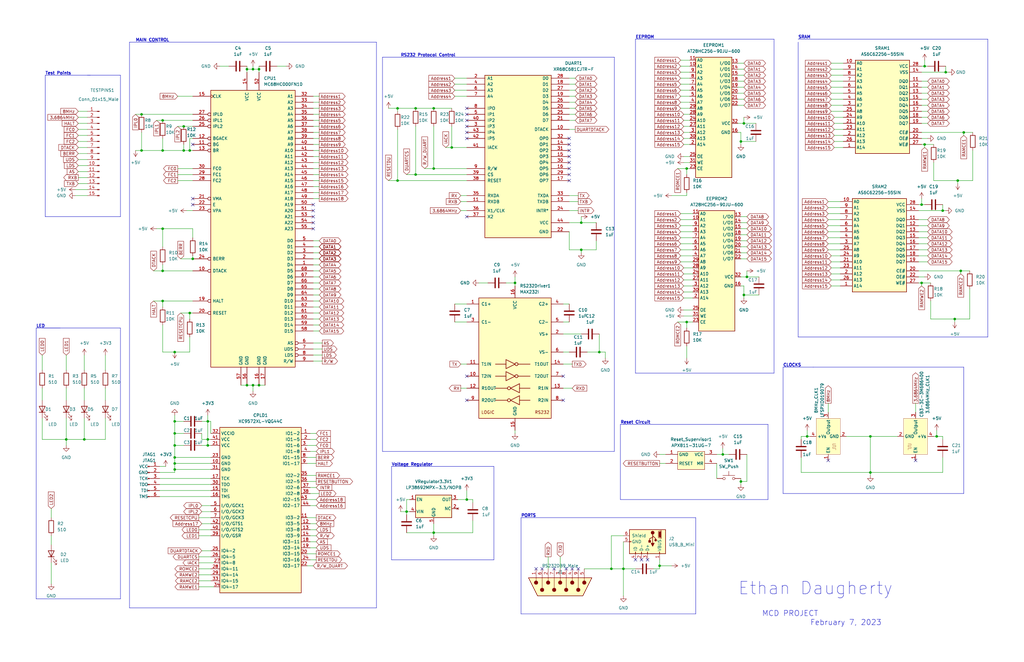
<source format=kicad_sch>
(kicad_sch (version 20211123) (generator eeschema)
  (paper "USLedger")
  (junction (at 313.69 124.46))
  (junction (at 106.68 29.21))
  (junction (at 35.56 185.42))
  (junction (at 77.47 53.34))
  (junction (at 402.59 134.62))
  (junction (at 73.66 148.59))
  (junction (at 245.11 105.41))
  (junction (at 190.5 62.23))
  (junction (at 73.66 193.04))
  (junction (at 289.56 71.12))
  (junction (at 59.69 63.5))
  (junction (at 104.14 162.56))
  (junction (at 196.85 210.82))
  (junction (at 73.66 195.58))
  (junction (at 73.66 182.88))
  (junction (at 87.63 177.8))
  (junction (at 77.47 63.5))
  (junction (at 167.64 76.2))
  (junction (at 171.45 215.9))
  (junction (at 73.66 198.12))
  (junction (at 398.78 30.48))
  (junction (at 68.58 63.5))
  (junction (at 68.58 127))
  (junction (at 389.89 27.94))
  (junction (at 304.8 191.77))
  (junction (at 245.11 93.98))
  (junction (at 388.62 86.36))
  (junction (at 175.26 73.66))
  (junction (at 257.81 240.03))
  (junction (at 73.66 177.8))
  (junction (at 106.68 162.56))
  (junction (at 68.58 114.3))
  (junction (at 403.86 76.2))
  (junction (at 312.42 203.2))
  (junction (at 367.03 199.39))
  (junction (at 217.17 119.38))
  (junction (at 59.69 48.26))
  (junction (at 104.14 29.21))
  (junction (at 367.03 184.15))
  (junction (at 68.58 50.8))
  (junction (at 167.64 45.72))
  (junction (at 27.94 185.42))
  (junction (at 109.22 29.21))
  (junction (at 312.42 59.69))
  (junction (at 313.69 52.07))
  (junction (at 405.13 114.3))
  (junction (at 340.36 184.15))
  (junction (at 81.28 109.22))
  (junction (at 262.89 240.03))
  (junction (at 406.4 55.88))
  (junction (at 87.63 187.96))
  (junction (at 394.97 184.15))
  (junction (at 182.88 45.72))
  (junction (at 278.13 238.76))
  (junction (at 314.96 116.84))
  (junction (at 175.26 45.72))
  (junction (at 252.73 148.59))
  (junction (at 80.01 132.08))
  (junction (at 80.01 63.5))
  (junction (at 397.51 88.9))
  (junction (at 182.88 224.79))
  (junction (at 182.88 71.12))
  (junction (at 388.62 119.38))
  (junction (at 109.22 162.56))
  (junction (at 87.63 185.42))
  (junction (at 289.56 135.89))
  (junction (at 73.66 187.96))
  (junction (at 68.58 96.52))
  (junction (at 389.89 60.96))
  (no_connect (at 240.03 63.5))
  (no_connect (at 240.03 58.42))
  (no_connect (at 240.03 66.04))
  (no_connect (at 240.03 60.96))
  (no_connect (at 240.03 73.66))
  (no_connect (at 240.03 76.2))
  (no_connect (at 240.03 68.58))
  (no_connect (at 240.03 71.12))
  (no_connect (at 349.25 194.31))
  (no_connect (at 386.08 194.31))
  (no_connect (at 237.49 158.75))
  (no_connect (at 237.49 168.91))
  (no_connect (at 273.05 236.22))
  (no_connect (at 267.97 236.22))
  (no_connect (at 270.51 236.22))
  (no_connect (at 196.85 53.34))
  (no_connect (at 196.85 91.44))
  (no_connect (at 196.85 48.26))
  (no_connect (at 196.85 55.88))
  (no_connect (at 196.85 58.42))
  (no_connect (at 196.85 50.8))
  (no_connect (at 196.85 45.72))
  (no_connect (at 196.85 158.75))
  (no_connect (at 196.85 168.91))
  (no_connect (at 228.6 240.03))
  (no_connect (at 226.06 240.03))
  (no_connect (at 243.84 240.03))
  (no_connect (at 241.3 240.03))
  (no_connect (at 238.76 240.03))
  (no_connect (at 233.68 240.03))
  (no_connect (at 132.08 96.52))
  (no_connect (at 132.08 93.98))
  (no_connect (at 132.08 86.36))
  (no_connect (at 132.08 88.9))
  (no_connect (at 132.08 91.44))
  (no_connect (at 81.28 83.82))
  (no_connect (at 81.28 86.36))
  (no_connect (at 81.28 60.96))
  (wire (pts (xy 132.08 139.7) (xy 134.62 139.7)))
  (wire (pts (xy 73.66 195.58) (xy 73.66 198.12)))
  (wire (pts (xy 109.22 29.21) (xy 109.22 30.48)))
  (wire (pts (xy 132.08 58.42) (xy 134.62 58.42)))
  (wire (pts (xy 130.81 231.14) (xy 133.35 231.14)))
  (wire (pts (xy 311.15 34.29) (xy 313.69 34.29)))
  (wire (pts (xy 85.09 232.41) (xy 88.9 232.41)))
  (wire (pts (xy 87.63 175.26) (xy 87.63 177.8)))
  (wire (pts (xy 175.26 45.72) (xy 182.88 45.72)))
  (wire (pts (xy 367.03 199.39) (xy 367.03 200.66)))
  (wire (pts (xy 350.52 115.57) (xy 354.33 115.57)))
  (wire (pts (xy 74.93 73.66) (xy 81.28 73.66)))
  (wire (pts (xy 312.42 201.93) (xy 312.42 203.2)))
  (wire (pts (xy 66.04 50.8) (xy 68.58 50.8)))
  (wire (pts (xy 313.69 120.65) (xy 312.42 120.65)))
  (wire (pts (xy 402.59 135.89) (xy 402.59 134.62)))
  (wire (pts (xy 251.46 105.41) (xy 245.11 105.41)))
  (wire (pts (xy 351.79 57.15) (xy 355.6 57.15)))
  (wire (pts (xy 129.54 187.96) (xy 133.35 187.96)))
  (wire (pts (xy 83.82 237.49) (xy 90.17 237.49)))
  (wire (pts (xy 85.09 177.8) (xy 87.63 177.8)))
  (wire (pts (xy 194.31 82.55) (xy 196.85 82.55)))
  (wire (pts (xy 393.7 76.2) (xy 403.86 76.2)))
  (wire (pts (xy 397.51 185.42) (xy 397.51 184.15)))
  (polyline (pts (xy 293.37 259.08) (xy 219.71 259.08)) (stroke (width 0) (type solid)))
  (wire (pts (xy 240.03 85.09) (xy 243.84 85.09)))
  (wire (pts (xy 391.16 58.42) (xy 388.62 58.42)))
  (wire (pts (xy 237.49 128.27) (xy 240.03 128.27)))
  (wire (pts (xy 132.08 43.18) (xy 134.62 43.18)))
  (wire (pts (xy 397.51 184.15) (xy 394.97 184.15)))
  (wire (pts (xy 356.87 184.15) (xy 367.03 184.15)))
  (wire (pts (xy 68.58 63.5) (xy 77.47 63.5)))
  (wire (pts (xy 80.01 58.42) (xy 80.01 63.5)))
  (wire (pts (xy 387.35 92.71) (xy 391.16 92.71)))
  (wire (pts (xy 213.36 119.38) (xy 217.17 119.38)))
  (wire (pts (xy 83.82 234.95) (xy 88.9 234.95)))
  (wire (pts (xy 92.71 27.94) (xy 96.52 27.94)))
  (wire (pts (xy 68.58 96.52) (xy 66.04 96.52)))
  (wire (pts (xy 130.81 223.52) (xy 133.35 223.52)))
  (wire (pts (xy 73.66 198.12) (xy 88.9 198.12)))
  (wire (pts (xy 132.08 60.96) (xy 134.62 60.96)))
  (wire (pts (xy 349.25 100.33) (xy 354.33 100.33)))
  (wire (pts (xy 311.15 39.37) (xy 313.69 39.37)))
  (wire (pts (xy 312.42 106.68) (xy 314.96 106.68)))
  (wire (pts (xy 104.14 29.21) (xy 106.68 29.21)))
  (wire (pts (xy 288.29 66.04) (xy 290.83 66.04)))
  (wire (pts (xy 68.58 104.14) (xy 68.58 96.52)))
  (wire (pts (xy 240.03 48.26) (xy 242.57 48.26)))
  (wire (pts (xy 245.11 105.41) (xy 240.03 105.41)))
  (wire (pts (xy 85.09 213.36) (xy 88.9 213.36)))
  (wire (pts (xy 387.35 86.36) (xy 388.62 86.36)))
  (wire (pts (xy 87.63 177.8) (xy 88.9 177.8)))
  (wire (pts (xy 289.56 135.89) (xy 292.1 135.89)))
  (wire (pts (xy 73.66 187.96) (xy 77.47 187.96)))
  (polyline (pts (xy 158.75 256.54) (xy 54.61 256.54)) (stroke (width 0) (type solid)))
  (wire (pts (xy 349.25 170.18) (xy 349.25 173.99)))
  (wire (pts (xy 33.02 57.15) (xy 36.83 57.15)))
  (wire (pts (xy 73.66 177.8) (xy 77.47 177.8)))
  (polyline (pts (xy 15.24 252.73) (xy 15.24 138.43)) (stroke (width 0) (type solid)))
  (wire (pts (xy 288.29 123.19) (xy 292.1 123.19)))
  (wire (pts (xy 196.85 210.82) (xy 193.04 210.82)))
  (wire (pts (xy 67.31 209.55) (xy 88.9 209.55)))
  (wire (pts (xy 83.82 245.11) (xy 88.9 245.11)))
  (wire (pts (xy 182.88 71.12) (xy 196.85 71.12)))
  (wire (pts (xy 191.77 33.02) (xy 196.85 33.02)))
  (wire (pts (xy 389.89 60.96) (xy 389.89 62.23)))
  (wire (pts (xy 132.08 121.92) (xy 134.62 121.92)))
  (wire (pts (xy 289.56 71.12) (xy 289.56 73.66)))
  (wire (pts (xy 33.02 62.23) (xy 36.83 62.23)))
  (wire (pts (xy 388.62 119.38) (xy 388.62 120.65)))
  (wire (pts (xy 367.03 184.15) (xy 367.03 199.39)))
  (wire (pts (xy 278.13 238.76) (xy 278.13 240.03)))
  (wire (pts (xy 340.36 181.61) (xy 340.36 184.15)))
  (wire (pts (xy 68.58 137.16) (xy 68.58 148.59)))
  (wire (pts (xy 278.13 236.22) (xy 278.13 238.76)))
  (wire (pts (xy 73.66 193.04) (xy 73.66 195.58)))
  (wire (pts (xy 77.47 60.96) (xy 77.47 63.5)))
  (wire (pts (xy 311.15 31.75) (xy 313.69 31.75)))
  (wire (pts (xy 194.31 88.9) (xy 196.85 88.9)))
  (wire (pts (xy 35.56 163.83) (xy 35.56 168.91)))
  (wire (pts (xy 389.89 27.94) (xy 391.16 27.94)))
  (wire (pts (xy 132.08 68.58) (xy 134.62 68.58)))
  (wire (pts (xy 289.56 82.55) (xy 289.56 81.28)))
  (wire (pts (xy 109.22 27.94) (xy 109.22 29.21)))
  (polyline (pts (xy 326.39 157.48) (xy 267.97 157.48)) (stroke (width 0) (type solid)))
  (wire (pts (xy 68.58 111.76) (xy 68.58 114.3)))
  (wire (pts (xy 132.08 152.4) (xy 135.89 152.4)))
  (wire (pts (xy 287.02 25.4) (xy 290.83 25.4)))
  (wire (pts (xy 190.5 53.34) (xy 190.5 62.23)))
  (polyline (pts (xy 165.1 196.85) (xy 172.72 196.85)) (stroke (width 0) (type solid)))
  (wire (pts (xy 349.25 102.87) (xy 354.33 102.87)))
  (wire (pts (xy 74.93 71.12) (xy 81.28 71.12)))
  (wire (pts (xy 132.08 147.32) (xy 135.89 147.32)))
  (wire (pts (xy 262.89 240.03) (xy 267.97 240.03)))
  (wire (pts (xy 283.21 82.55) (xy 289.56 82.55)))
  (wire (pts (xy 87.63 187.96) (xy 88.9 187.96)))
  (wire (pts (xy 289.56 135.89) (xy 289.56 138.43)))
  (wire (pts (xy 405.13 114.3) (xy 408.94 114.3)))
  (wire (pts (xy 129.54 203.2) (xy 133.35 203.2)))
  (wire (pts (xy 132.08 144.78) (xy 135.89 144.78)))
  (wire (pts (xy 349.25 85.09) (xy 354.33 85.09)))
  (wire (pts (xy 73.66 195.58) (xy 88.9 195.58)))
  (wire (pts (xy 85.09 220.98) (xy 88.9 220.98)))
  (wire (pts (xy 44.45 185.42) (xy 35.56 185.42)))
  (wire (pts (xy 302.26 191.77) (xy 304.8 191.77)))
  (wire (pts (xy 132.08 73.66) (xy 134.62 73.66)))
  (wire (pts (xy 73.66 182.88) (xy 77.47 182.88)))
  (wire (pts (xy 278.13 238.76) (xy 283.21 238.76)))
  (wire (pts (xy 288.29 125.73) (xy 292.1 125.73)))
  (wire (pts (xy 312.42 203.2) (xy 312.42 204.47)))
  (polyline (pts (xy 267.97 157.48) (xy 267.97 16.51)) (stroke (width 0) (type solid)))
  (wire (pts (xy 285.75 135.89) (xy 289.56 135.89)))
  (wire (pts (xy 33.02 69.85) (xy 36.83 69.85)))
  (wire (pts (xy 278.13 195.58) (xy 280.67 195.58)))
  (wire (pts (xy 130.81 205.74) (xy 133.35 205.74)))
  (wire (pts (xy 27.94 163.83) (xy 27.94 168.91)))
  (wire (pts (xy 217.17 119.38) (xy 217.17 120.65)))
  (wire (pts (xy 237.49 153.67) (xy 241.3 153.67)))
  (wire (pts (xy 132.08 132.08) (xy 134.62 132.08)))
  (wire (pts (xy 287.02 97.79) (xy 292.1 97.79)))
  (polyline (pts (xy 50.8 252.73) (xy 15.24 252.73)) (stroke (width 0) (type solid)))
  (wire (pts (xy 64.77 114.3) (xy 68.58 114.3)))
  (polyline (pts (xy 50.8 138.43) (xy 50.8 252.73)) (stroke (width 0) (type solid)))
  (wire (pts (xy 80.01 63.5) (xy 81.28 63.5)))
  (wire (pts (xy 76.2 109.22) (xy 81.28 109.22)))
  (wire (pts (xy 287.02 107.95) (xy 292.1 107.95)))
  (polyline (pts (xy 54.61 256.54) (xy 54.61 17.78)) (stroke (width 0) (type solid)))
  (wire (pts (xy 252.73 148.59) (xy 255.27 148.59)))
  (polyline (pts (xy 161.29 24.13) (xy 259.08 24.13)) (stroke (width 0) (type solid)))
  (wire (pts (xy 350.52 26.67) (xy 355.6 26.67)))
  (wire (pts (xy 410.21 63.5) (xy 410.21 76.2)))
  (wire (pts (xy 312.42 116.84) (xy 314.96 116.84)))
  (wire (pts (xy 387.35 107.95) (xy 391.16 107.95)))
  (wire (pts (xy 67.31 201.93) (xy 88.9 201.93)))
  (wire (pts (xy 68.58 148.59) (xy 73.66 148.59)))
  (wire (pts (xy 393.7 184.15) (xy 394.97 184.15)))
  (wire (pts (xy 240.03 82.55) (xy 243.84 82.55)))
  (wire (pts (xy 17.78 185.42) (xy 27.94 185.42)))
  (wire (pts (xy 171.45 73.66) (xy 175.26 73.66)))
  (wire (pts (xy 287.02 45.72) (xy 290.83 45.72)))
  (wire (pts (xy 17.78 176.53) (xy 17.78 185.42)))
  (wire (pts (xy 337.82 193.04) (xy 337.82 199.39)))
  (wire (pts (xy 77.47 53.34) (xy 81.28 53.34)))
  (wire (pts (xy 191.77 135.89) (xy 196.85 135.89)))
  (wire (pts (xy 132.08 116.84) (xy 134.62 116.84)))
  (wire (pts (xy 255.27 148.59) (xy 255.27 151.13)))
  (polyline (pts (xy 208.28 196.85) (xy 208.28 236.22)) (stroke (width 0) (type solid)))
  (wire (pts (xy 231.14 234.95) (xy 231.14 240.03)))
  (wire (pts (xy 387.35 97.79) (xy 391.16 97.79)))
  (wire (pts (xy 80.01 148.59) (xy 73.66 148.59)))
  (wire (pts (xy 288.29 113.03) (xy 292.1 113.03)))
  (polyline (pts (xy 336.55 17.78) (xy 336.55 142.24)) (stroke (width 0) (type solid)))
  (wire (pts (xy 27.94 185.42) (xy 27.94 187.96)))
  (wire (pts (xy 68.58 127) (xy 81.28 127)))
  (wire (pts (xy 406.4 55.88) (xy 410.21 55.88)))
  (wire (pts (xy 312.42 96.52) (xy 314.96 96.52)))
  (wire (pts (xy 237.49 140.97) (xy 245.11 140.97)))
  (wire (pts (xy 44.45 176.53) (xy 44.45 185.42)))
  (wire (pts (xy 314.96 116.84) (xy 320.04 116.84)))
  (polyline (pts (xy 267.97 16.51) (xy 326.39 16.51)) (stroke (width 0) (type solid)))
  (wire (pts (xy 104.14 162.56) (xy 106.68 162.56)))
  (wire (pts (xy 132.08 114.3) (xy 134.62 114.3)))
  (wire (pts (xy 388.62 55.88) (xy 406.4 55.88)))
  (wire (pts (xy 262.89 240.03) (xy 262.89 251.46)))
  (wire (pts (xy 130.81 185.42) (xy 133.35 185.42)))
  (wire (pts (xy 240.03 88.9) (xy 243.84 88.9)))
  (wire (pts (xy 83.82 223.52) (xy 88.9 223.52)))
  (wire (pts (xy 201.93 119.38) (xy 205.74 119.38)))
  (wire (pts (xy 314.96 191.77) (xy 314.96 203.2)))
  (wire (pts (xy 350.52 107.95) (xy 354.33 107.95)))
  (wire (pts (xy 73.66 175.26) (xy 73.66 177.8)))
  (wire (pts (xy 287.02 102.87) (xy 292.1 102.87)))
  (wire (pts (xy 68.58 127) (xy 68.58 129.54)))
  (polyline (pts (xy 323.85 179.07) (xy 323.85 210.82)) (stroke (width 0) (type solid)))
  (wire (pts (xy 132.08 50.8) (xy 134.62 50.8)))
  (wire (pts (xy 57.15 63.5) (xy 59.69 63.5)))
  (wire (pts (xy 304.8 189.23) (xy 304.8 191.77)))
  (wire (pts (xy 81.28 107.95) (xy 81.28 109.22)))
  (wire (pts (xy 247.65 148.59) (xy 252.73 148.59)))
  (wire (pts (xy 350.52 41.91) (xy 355.6 41.91)))
  (wire (pts (xy 33.02 72.39) (xy 36.83 72.39)))
  (wire (pts (xy 288.29 58.42) (xy 290.83 58.42)))
  (wire (pts (xy 367.03 184.15) (xy 378.46 184.15)))
  (polyline (pts (xy 15.24 138.43) (xy 25.4 138.43)) (stroke (width 0) (type solid)))
  (wire (pts (xy 68.58 114.3) (xy 81.28 114.3)))
  (wire (pts (xy 132.08 76.2) (xy 134.62 76.2)))
  (wire (pts (xy 132.08 66.04) (xy 134.62 66.04)))
  (wire (pts (xy 167.64 46.99) (xy 167.64 45.72)))
  (wire (pts (xy 240.03 54.61) (xy 242.57 54.61)))
  (wire (pts (xy 287.02 95.25) (xy 292.1 95.25)))
  (wire (pts (xy 67.31 204.47) (xy 88.9 204.47)))
  (wire (pts (xy 191.77 35.56) (xy 196.85 35.56)))
  (wire (pts (xy 85.09 182.88) (xy 85.09 185.42)))
  (wire (pts (xy 312.42 104.14) (xy 314.96 104.14)))
  (wire (pts (xy 132.08 53.34) (xy 134.62 53.34)))
  (wire (pts (xy 312.42 109.22) (xy 314.96 109.22)))
  (wire (pts (xy 312.42 93.98) (xy 314.96 93.98)))
  (polyline (pts (xy 219.71 259.08) (xy 219.71 218.44)) (stroke (width 0) (type solid)))
  (wire (pts (xy 388.62 27.94) (xy 389.89 27.94)))
  (wire (pts (xy 80.01 132.08) (xy 80.01 134.62)))
  (wire (pts (xy 85.09 215.9) (xy 88.9 215.9)))
  (wire (pts (xy 311.15 36.83) (xy 313.69 36.83)))
  (wire (pts (xy 217.17 181.61) (xy 217.17 182.88)))
  (wire (pts (xy 405.13 114.3) (xy 405.13 115.57)))
  (wire (pts (xy 168.91 215.9) (xy 171.45 215.9)))
  (wire (pts (xy 403.86 77.47) (xy 403.86 76.2)))
  (wire (pts (xy 132.08 124.46) (xy 134.62 124.46)))
  (wire (pts (xy 129.54 200.66) (xy 133.35 200.66)))
  (wire (pts (xy 77.47 63.5) (xy 80.01 63.5)))
  (wire (pts (xy 402.59 134.62) (xy 408.94 134.62)))
  (wire (pts (xy 350.52 44.45) (xy 355.6 44.45)))
  (wire (pts (xy 288.29 130.81) (xy 292.1 130.81)))
  (wire (pts (xy 351.79 62.23) (xy 355.6 62.23)))
  (wire (pts (xy 350.52 110.49) (xy 354.33 110.49)))
  (wire (pts (xy 199.39 219.71) (xy 199.39 224.79)))
  (polyline (pts (xy 262.89 179.07) (xy 323.85 179.07)) (stroke (width 0) (type solid)))
  (wire (pts (xy 83.82 226.06) (xy 88.9 226.06)))
  (wire (pts (xy 251.46 101.6) (xy 251.46 105.41)))
  (wire (pts (xy 349.25 95.25) (xy 354.33 95.25)))
  (wire (pts (xy 33.02 77.47) (xy 36.83 77.47)))
  (wire (pts (xy 132.08 81.28) (xy 134.62 81.28)))
  (wire (pts (xy 288.29 68.58) (xy 290.83 68.58)))
  (wire (pts (xy 237.49 135.89) (xy 240.03 135.89)))
  (wire (pts (xy 240.03 35.56) (xy 242.57 35.56)))
  (wire (pts (xy 171.45 217.17) (xy 171.45 215.9)))
  (wire (pts (xy 171.45 210.82) (xy 171.45 215.9)))
  (wire (pts (xy 388.62 36.83) (xy 391.16 36.83)))
  (wire (pts (xy 132.08 106.68) (xy 134.62 106.68)))
  (polyline (pts (xy 293.37 218.44) (xy 293.37 259.08)) (stroke (width 0) (type solid)))
  (polyline (pts (xy 406.4 208.28) (xy 330.2 208.28)) (stroke (width 0) (type solid)))
  (wire (pts (xy 130.81 182.88) (xy 133.35 182.88)))
  (wire (pts (xy 81.28 96.52) (xy 68.58 96.52)))
  (wire (pts (xy 387.35 88.9) (xy 397.51 88.9)))
  (polyline (pts (xy 259.08 190.5) (xy 161.29 190.5)) (stroke (width 0) (type solid)))
  (wire (pts (xy 285.75 71.12) (xy 289.56 71.12)))
  (polyline (pts (xy 62.23 17.78) (xy 158.75 17.78)) (stroke (width 0) (type solid)))
  (wire (pts (xy 64.77 127) (xy 68.58 127)))
  (wire (pts (xy 33.02 52.07) (xy 36.83 52.07)))
  (wire (pts (xy 312.42 59.69) (xy 312.42 60.96)))
  (wire (pts (xy 171.45 224.79) (xy 182.88 224.79)))
  (wire (pts (xy 240.03 105.41) (xy 240.03 97.79)))
  (wire (pts (xy 190.5 62.23) (xy 196.85 62.23)))
  (wire (pts (xy 408.94 121.92) (xy 408.94 134.62)))
  (wire (pts (xy 33.02 74.93) (xy 36.83 74.93)))
  (wire (pts (xy 287.02 92.71) (xy 292.1 92.71)))
  (wire (pts (xy 67.31 199.39) (xy 73.66 199.39)))
  (wire (pts (xy 387.35 102.87) (xy 391.16 102.87)))
  (wire (pts (xy 257.81 240.03) (xy 262.89 240.03)))
  (polyline (pts (xy 165.1 236.22) (xy 165.1 196.85)) (stroke (width 0) (type solid)))
  (wire (pts (xy 87.63 177.8) (xy 87.63 185.42)))
  (wire (pts (xy 182.88 45.72) (xy 190.5 45.72)))
  (wire (pts (xy 73.66 193.04) (xy 88.9 193.04)))
  (wire (pts (xy 132.08 149.86) (xy 135.89 149.86)))
  (wire (pts (xy 31.75 82.55) (xy 36.83 82.55)))
  (wire (pts (xy 27.94 176.53) (xy 27.94 185.42)))
  (wire (pts (xy 397.51 193.04) (xy 397.51 199.39)))
  (wire (pts (xy 350.52 118.11) (xy 354.33 118.11)))
  (wire (pts (xy 387.35 110.49) (xy 391.16 110.49)))
  (wire (pts (xy 240.03 40.64) (xy 242.57 40.64)))
  (wire (pts (xy 262.89 226.06) (xy 257.81 226.06)))
  (wire (pts (xy 312.42 101.6) (xy 314.96 101.6)))
  (wire (pts (xy 387.35 119.38) (xy 388.62 119.38)))
  (wire (pts (xy 349.25 97.79) (xy 354.33 97.79)))
  (wire (pts (xy 245.11 93.98) (xy 251.46 93.98)))
  (wire (pts (xy 194.31 153.67) (xy 196.85 153.67)))
  (wire (pts (xy 167.64 45.72) (xy 175.26 45.72)))
  (wire (pts (xy 132.08 129.54) (xy 134.62 129.54)))
  (wire (pts (xy 130.81 226.06) (xy 133.35 226.06)))
  (wire (pts (xy 17.78 163.83) (xy 17.78 168.91)))
  (wire (pts (xy 313.69 49.53) (xy 313.69 52.07)))
  (wire (pts (xy 182.88 53.34) (xy 182.88 71.12)))
  (wire (pts (xy 132.08 127) (xy 134.62 127)))
  (wire (pts (xy 130.81 213.36) (xy 133.35 213.36)))
  (wire (pts (xy 81.28 100.33) (xy 81.28 96.52)))
  (wire (pts (xy 351.79 49.53) (xy 355.6 49.53)))
  (wire (pts (xy 288.29 120.65) (xy 292.1 120.65)))
  (wire (pts (xy 287.02 105.41) (xy 292.1 105.41)))
  (wire (pts (xy 109.22 162.56) (xy 111.76 162.56)))
  (wire (pts (xy 240.03 43.18) (xy 242.57 43.18)))
  (wire (pts (xy 288.29 55.88) (xy 290.83 55.88)))
  (wire (pts (xy 287.02 35.56) (xy 290.83 35.56)))
  (wire (pts (xy 287.02 27.94) (xy 290.83 27.94)))
  (wire (pts (xy 104.14 27.94) (xy 104.14 29.21)))
  (wire (pts (xy 132.08 45.72) (xy 134.62 45.72)))
  (wire (pts (xy 21.59 214.63) (xy 21.59 218.44)))
  (wire (pts (xy 17.78 149.86) (xy 17.78 156.21)))
  (wire (pts (xy 104.14 29.21) (xy 104.14 30.48)))
  (wire (pts (xy 289.56 146.05) (xy 289.56 151.13)))
  (wire (pts (xy 83.82 240.03) (xy 88.9 240.03)))
  (wire (pts (xy 350.52 39.37) (xy 355.6 39.37)))
  (wire (pts (xy 21.59 237.49) (xy 21.59 246.38)))
  (wire (pts (xy 199.39 210.82) (xy 196.85 210.82)))
  (wire (pts (xy 167.64 76.2) (xy 196.85 76.2)))
  (wire (pts (xy 392.43 134.62) (xy 402.59 134.62)))
  (polyline (pts (xy 323.85 210.82) (xy 261.62 210.82)) (stroke (width 0) (type solid)))
  (polyline (pts (xy 219.71 218.44) (xy 222.25 218.44)) (stroke (width 0) (type solid)))
  (wire (pts (xy 287.02 33.02) (xy 290.83 33.02)))
  (wire (pts (xy 240.03 93.98) (xy 245.11 93.98)))
  (wire (pts (xy 312.42 91.44) (xy 314.96 91.44)))
  (wire (pts (xy 196.85 207.01) (xy 196.85 210.82)))
  (wire (pts (xy 33.02 67.31) (xy 36.83 67.31)))
  (wire (pts (xy 312.42 203.2) (xy 314.96 203.2)))
  (wire (pts (xy 132.08 134.62) (xy 134.62 134.62)))
  (wire (pts (xy 129.54 210.82) (xy 133.35 210.82)))
  (wire (pts (xy 182.88 224.79) (xy 182.88 226.06)))
  (wire (pts (xy 387.35 100.33) (xy 391.16 100.33)))
  (wire (pts (xy 351.79 59.69) (xy 355.6 59.69)))
  (wire (pts (xy 76.2 132.08) (xy 80.01 132.08)))
  (wire (pts (xy 311.15 29.21) (xy 313.69 29.21)))
  (wire (pts (xy 387.35 114.3) (xy 405.13 114.3)))
  (polyline (pts (xy 336.55 142.24) (xy 416.56 142.24)) (stroke (width 0) (type solid)))
  (wire (pts (xy 349.25 92.71) (xy 354.33 92.71)))
  (wire (pts (xy 194.31 85.09) (xy 196.85 85.09)))
  (wire (pts (xy 388.62 30.48) (xy 398.78 30.48)))
  (wire (pts (xy 340.36 184.15) (xy 341.63 184.15)))
  (wire (pts (xy 130.81 236.22) (xy 133.35 236.22)))
  (polyline (pts (xy 19.05 31.75) (xy 19.05 91.44)) (stroke (width 0) (type solid)))
  (polyline (pts (xy 17.78 138.43) (xy 50.8 138.43)) (stroke (width 0) (type solid)))
  (wire (pts (xy 388.62 34.29) (xy 391.16 34.29)))
  (wire (pts (xy 311.15 26.67) (xy 313.69 26.67)))
  (wire (pts (xy 31.75 80.01) (xy 36.83 80.01)))
  (wire (pts (xy 179.07 71.12) (xy 182.88 71.12)))
  (wire (pts (xy 59.69 63.5) (xy 68.58 63.5)))
  (wire (pts (xy 106.68 27.94) (xy 106.68 29.21)))
  (wire (pts (xy 349.25 105.41) (xy 354.33 105.41)))
  (wire (pts (xy 132.08 137.16) (xy 134.62 137.16)))
  (wire (pts (xy 237.49 163.83) (xy 241.3 163.83)))
  (wire (pts (xy 388.62 44.45) (xy 391.16 44.45)))
  (wire (pts (xy 311.15 44.45) (xy 313.69 44.45)))
  (wire (pts (xy 245.11 105.41) (xy 245.11 106.68)))
  (wire (pts (xy 245.11 91.44) (xy 245.11 93.98)))
  (wire (pts (xy 311.15 41.91) (xy 313.69 41.91)))
  (polyline (pts (xy 261.62 210.82) (xy 261.62 179.07)) (stroke (width 0) (type solid)))
  (wire (pts (xy 287.02 38.1) (xy 290.83 38.1)))
  (wire (pts (xy 288.29 53.34) (xy 290.83 53.34)))
  (polyline (pts (xy 36.83 31.75) (xy 50.8 31.75)) (stroke (width 0) (type solid)))
  (polyline (pts (xy 330.2 208.28) (xy 330.2 154.94)) (stroke (width 0) (type solid)))
  (wire (pts (xy 130.81 208.28) (xy 134.62 208.28)))
  (wire (pts (xy 388.62 39.37) (xy 391.16 39.37)))
  (wire (pts (xy 83.82 247.65) (xy 90.17 247.65)))
  (wire (pts (xy 106.68 162.56) (xy 109.22 162.56)))
  (wire (pts (xy 129.54 193.04) (xy 133.35 193.04)))
  (wire (pts (xy 101.6 162.56) (xy 104.14 162.56)))
  (wire (pts (xy 132.08 63.5) (xy 134.62 63.5)))
  (wire (pts (xy 116.84 27.94) (xy 120.65 27.94)))
  (polyline (pts (xy 50.8 91.44) (xy 50.8 31.75)) (stroke (width 0) (type solid)))
  (wire (pts (xy 246.38 240.03) (xy 257.81 240.03)))
  (wire (pts (xy 403.86 76.2) (xy 410.21 76.2)))
  (wire (pts (xy 78.74 88.9) (xy 81.28 88.9)))
  (wire (pts (xy 313.69 52.07) (xy 318.77 52.07)))
  (wire (pts (xy 27.94 149.86) (xy 27.94 156.21)))
  (wire (pts (xy 388.62 41.91) (xy 391.16 41.91)))
  (wire (pts (xy 387.35 105.41) (xy 391.16 105.41)))
  (wire (pts (xy 349.25 87.63) (xy 354.33 87.63)))
  (wire (pts (xy 398.78 30.48) (xy 400.05 30.48)))
  (polyline (pts (xy 330.2 154.94) (xy 342.9 154.94)) (stroke (width 0) (type solid)))
  (wire (pts (xy 288.29 133.35) (xy 292.1 133.35)))
  (wire (pts (xy 313.69 120.65) (xy 313.69 124.46)))
  (wire (pts (xy 130.81 190.5) (xy 133.35 190.5)))
  (wire (pts (xy 337.82 184.15) (xy 340.36 184.15)))
  (wire (pts (xy 288.29 48.26) (xy 290.83 48.26)))
  (wire (pts (xy 59.69 55.88) (xy 59.69 63.5)))
  (wire (pts (xy 73.66 187.96) (xy 73.66 193.04)))
  (wire (pts (xy 312.42 99.06) (xy 314.96 99.06)))
  (wire (pts (xy 21.59 226.06) (xy 21.59 229.87)))
  (wire (pts (xy 172.72 210.82) (xy 171.45 210.82)))
  (wire (pts (xy 68.58 58.42) (xy 68.58 63.5)))
  (polyline (pts (xy 342.9 154.94) (xy 406.4 154.94)) (stroke (width 0) (type solid)))
  (wire (pts (xy 35.56 176.53) (xy 35.56 185.42)))
  (polyline (pts (xy 261.62 179.07) (xy 264.16 179.07)))
  (wire (pts (xy 132.08 40.64) (xy 134.62 40.64)))
  (wire (pts (xy 80.01 132.08) (xy 81.28 132.08)))
  (wire (pts (xy 132.08 111.76) (xy 134.62 111.76)))
  (wire (pts (xy 199.39 212.09) (xy 199.39 210.82)))
  (wire (pts (xy 44.45 163.83) (xy 44.45 168.91)))
  (wire (pts (xy 287.02 43.18) (xy 290.83 43.18)))
  (wire (pts (xy 167.64 54.61) (xy 167.64 76.2)))
  (wire (pts (xy 397.51 88.9) (xy 398.78 88.9)))
  (wire (pts (xy 337.82 199.39) (xy 367.03 199.39)))
  (wire (pts (xy 83.82 242.57) (xy 88.9 242.57)))
  (wire (pts (xy 191.77 128.27) (xy 196.85 128.27)))
  (wire (pts (xy 252.73 148.59) (xy 252.73 140.97)))
  (polyline (pts (xy 222.25 218.44) (xy 293.37 218.44)) (stroke (width 0) (type solid)))
  (wire (pts (xy 80.01 142.24) (xy 80.01 148.59)))
  (wire (pts (xy 288.29 115.57) (xy 292.1 115.57)))
  (polyline (pts (xy 161.29 24.13) (xy 161.29 190.5)) (stroke (width 0) (type solid)))
  (wire (pts (xy 304.8 191.77) (xy 307.34 191.77)))
  (wire (pts (xy 287.02 90.17) (xy 292.1 90.17)))
  (wire (pts (xy 350.52 36.83) (xy 355.6 36.83)))
  (wire (pts (xy 311.15 55.88) (xy 312.42 55.88)))
  (wire (pts (xy 386.08 170.18) (xy 386.08 173.99)))
  (wire (pts (xy 187.96 62.23) (xy 190.5 62.23)))
  (wire (pts (xy 83.82 218.44) (xy 88.9 218.44)))
  (wire (pts (xy 350.52 113.03) (xy 354.33 113.03)))
  (wire (pts (xy 130.81 220.98) (xy 133.35 220.98)))
  (wire (pts (xy 388.62 119.38) (xy 392.43 119.38)))
  (wire (pts (xy 171.45 215.9) (xy 172.72 215.9)))
  (wire (pts (xy 350.52 34.29) (xy 355.6 34.29)))
  (wire (pts (xy 132.08 83.82) (xy 134.62 83.82)))
  (wire (pts (xy 393.7 68.58) (xy 393.7 76.2)))
  (wire (pts (xy 392.43 127) (xy 392.43 134.62)))
  (wire (pts (xy 73.66 182.88) (xy 73.66 187.96)))
  (wire (pts (xy 87.63 185.42) (xy 88.9 185.42)))
  (wire (pts (xy 74.93 53.34) (xy 77.47 53.34)))
  (wire (pts (xy 163.83 76.2) (xy 167.64 76.2)))
  (wire (pts (xy 278.13 191.77) (xy 280.67 191.77)))
  (wire (pts (xy 287.02 30.48) (xy 290.83 30.48)))
  (wire (pts (xy 132.08 104.14) (xy 134.62 104.14)))
  (wire (pts (xy 57.15 48.26) (xy 59.69 48.26)))
  (wire (pts (xy 406.4 55.88) (xy 406.4 57.15)))
  (wire (pts (xy 314.96 114.3) (xy 314.96 116.84)))
  (wire (pts (xy 67.31 196.85) (xy 69.85 196.85)))
  (wire (pts (xy 35.56 149.86) (xy 35.56 156.21)))
  (wire (pts (xy 237.49 148.59) (xy 240.03 148.59)))
  (wire (pts (xy 132.08 109.22) (xy 134.62 109.22)))
  (wire (pts (xy 132.08 78.74) (xy 134.62 78.74)))
  (wire (pts (xy 67.31 207.01) (xy 88.9 207.01)))
  (wire (pts (xy 44.45 149.86) (xy 44.45 156.21)))
  (wire (pts (xy 68.58 50.8) (xy 81.28 50.8)))
  (wire (pts (xy 74.93 40.64) (xy 81.28 40.64)))
  (wire (pts (xy 27.94 185.42) (xy 35.56 185.42)))
  (wire (pts (xy 129.54 218.44) (xy 133.35 218.44)))
  (polyline (pts (xy 19.05 91.44) (xy 50.8 91.44)) (stroke (width 0) (type solid)))
  (polyline (pts (xy 208.28 236.22) (xy 165.1 236.22)) (stroke (width 0) (type solid)))
  (wire (pts (xy 87.63 185.42) (xy 87.63 187.96)))
  (wire (pts (xy 130.81 228.6) (xy 133.35 228.6)))
  (wire (pts (xy 106.68 29.21) (xy 109.22 29.21)))
  (wire (pts (xy 351.79 52.07) (xy 355.6 52.07)))
  (wire (pts (xy 351.79 54.61) (xy 355.6 54.61)))
  (wire (pts (xy 85.09 185.42) (xy 87.63 185.42)))
  (wire (pts (xy 240.03 38.1) (xy 242.57 38.1)))
  (polyline (pts (xy 259.08 24.13) (xy 259.08 190.5)) (stroke (width 0) (type solid)))
  (wire (pts (xy 288.29 118.11) (xy 292.1 118.11)))
  (polyline (pts (xy 54.61 17.78) (xy 66.04 17.78)) (stroke (width 0) (type solid)))
  (wire (pts (xy 388.62 52.07) (xy 391.16 52.07)))
  (wire (pts (xy 175.26 53.34) (xy 175.26 73.66)))
  (wire (pts (xy 388.62 83.82) (xy 388.62 86.36)))
  (wire (pts (xy 287.02 110.49) (xy 292.1 110.49)))
  (wire (pts (xy 33.02 49.53) (xy 36.83 49.53)))
  (wire (pts (xy 350.52 46.99) (xy 355.6 46.99)))
  (wire (pts (xy 312.42 59.69) (xy 318.77 59.69)))
  (wire (pts (xy 289.56 71.12) (xy 290.83 71.12)))
  (wire (pts (xy 240.03 45.72) (xy 242.57 45.72)))
  (wire (pts (xy 287.02 40.64) (xy 290.83 40.64)))
  (wire (pts (xy 163.83 45.72) (xy 167.64 45.72)))
  (polyline (pts (xy 158.75 17.78) (xy 158.75 256.54)) (stroke (width 0) (type solid)))
  (wire (pts (xy 313.69 124.46) (xy 320.04 124.46)))
  (wire (pts (xy 350.52 120.65) (xy 354.33 120.65)))
  (polyline (pts (xy 326.39 16.51) (xy 326.39 157.48)) (stroke (width 0) (type solid)))
  (wire (pts (xy 387.35 95.25) (xy 391.16 95.25)))
  (polyline (pts (xy 336.55 16.51) (xy 416.56 16.51)) (stroke (width 0) (type solid)))
  (wire (pts (xy 257.81 226.06) (xy 257.81 240.03)))
  (wire (pts (xy 182.88 224.79) (xy 182.88 220.98)))
  (polyline (pts (xy 406.4 154.94) (xy 406.4 208.28)) (stroke (width 0) (type solid)))
  (wire (pts (xy 59.69 48.26) (xy 81.28 48.26)))
  (wire (pts (xy 288.29 50.8) (xy 290.83 50.8)))
  (wire (pts (xy 389.89 60.96) (xy 393.7 60.96)))
  (wire (pts (xy 73.66 177.8) (xy 73.66 182.88)))
  (polyline (pts (xy 38.1 31.75) (xy 19.05 31.75)) (stroke (width 0) (type solid)))
  (wire (pts (xy 350.52 31.75) (xy 355.6 31.75)))
  (wire (pts (xy 397.51 199.39) (xy 367.03 199.39)))
  (wire (pts (xy 240.03 33.02) (xy 242.57 33.02)))
  (wire (pts (xy 85.09 187.96) (xy 87.63 187.96)))
  (wire (pts (xy 337.82 185.42) (xy 337.82 184.15)))
  (wire (pts (xy 278.13 240.03) (xy 275.59 240.03)))
  (wire (pts (xy 394.97 181.61) (xy 394.97 184.15)))
  (wire (pts (xy 388.62 46.99) (xy 391.16 46.99)))
  (wire (pts (xy 389.89 116.84) (xy 387.35 116.84)))
  (wire (pts (xy 302.26 195.58) (xy 302.26 201.93)))
  (wire (pts (xy 175.26 73.66) (xy 196.85 73.66)))
  (wire (pts (xy 312.42 55.88) (xy 312.42 59.69)))
  (wire (pts (xy 311.15 52.07) (xy 313.69 52.07)))
  (wire (pts (xy 33.02 54.61) (xy 36.83 54.61)))
  (wire (pts (xy 349.25 90.17) (xy 354.33 90.17)))
  (wire (pts (xy 73.66 199.39) (xy 73.66 198.12)))
  (wire (pts (xy 132.08 48.26) (xy 134.62 48.26)))
  (wire (pts (xy 33.02 59.69) (xy 36.83 59.69)))
  (wire (pts (xy 74.93 76.2) (xy 81.28 76.2)))
  (wire (pts (xy 194.31 163.83) (xy 196.85 163.83)))
  (wire (pts (xy 388.62 60.96) (xy 389.89 60.96)))
  (wire (pts (xy 262.89 240.03) (xy 262.89 228.6)))
  (wire (pts (xy 313.69 124.46) (xy 313.69 125.73)))
  (wire (pts (xy 88.9 182.88) (xy 88.9 177.8)))
  (wire (pts (xy 33.02 64.77) (xy 36.83 64.77)))
  (wire (pts (xy 132.08 119.38) (xy 134.62 119.38)))
  (wire (pts (xy 236.22 234.95) (xy 236.22 240.03)))
  (wire (pts (xy 132.08 71.12) (xy 134.62 71.12)))
  (wire (pts (xy 350.52 29.21) (xy 355.6 29.21)))
  (wire (pts (xy 217.17 116.84) (xy 217.17 119.38)))
  (wire (pts (xy 132.08 55.88) (xy 134.62 55.88)))
  (polyline (pts (xy 416.56 142.24) (xy 416.56 16.51)) (stroke (width 0) (type solid)))
  (wire (pts (xy 199.39 224.79) (xy 182.88 224.79)))
  (wire (pts (xy 106.68 162.56) (xy 106.68 165.1)))
  (wire (pts (xy 191.77 38.1) (xy 196.85 38.1)))
  (wire (pts (xy 388.62 86.36) (xy 389.89 86.36)))
  (wire (pts (xy 132.08 101.6) (xy 134.62 101.6)))
  (wire (pts (xy 129.54 238.76) (xy 132.08 238.76)))
  (polyline (pts (xy 170.18 196.85) (xy 208.28 196.85)) (stroke (width 0) (type solid)))
  (wire (pts (xy 81.28 58.42) (xy 80.01 58.42)))
  (wire (pts (xy 33.02 46.99) (xy 36.83 46.99)))
  (wire (pts (xy 397.51 86.36) (xy 397.51 88.9)))
  (wire (pts (xy 288.29 60.96) (xy 290.83 60.96)))
  (wire (pts (xy 129.54 233.68) (xy 133.35 233.68)))
  (wire (pts (xy 398.78 27.94) (xy 398.78 30.48)))
  (wire (pts (xy 389.89 25.4) (xy 389.89 27.94)))
  (wire (pts (xy 191.77 40.64) (xy 196.85 40.64)))
  (wire (pts (xy 129.54 195.58) (xy 133.35 195.58)))
  (wire (pts (xy 388.62 49.53) (xy 391.16 49.53)))
  (wire (pts (xy 240.03 50.8) (xy 242.57 50.8)))
  (wire (pts (xy 287.02 100.33) (xy 292.1 100.33)))
  (text "EEPROM" (at 267.97 16.51 0) (effects (font (size 1.27 1.27) bold) (justify left bottom)))
  (text "Ethan Daugherty" (at 311.15 251.46 0) (effects (font (size 5.27 5.27)) (justify left bottom)))
  (text "Reset Circuit" (at 261.62 179.07 0) (effects (font (size 1.27 1.27) bold) (justify left bottom)))
  (text "Voltage Regulator" (at 165.1 196.85 0) (effects (font (size 1.27 1.27) bold) (justify left bottom)))
  (text "PORTS" (at 219.71 218.44 0) (effects (font (size 1.27 1.27) (thickness 0.254) bold) (justify left bottom)))
  (text "LED" (at 15.24 138.43 0) (effects (font (size 1.27 1.27) (thickness 0.254) bold) (justify left bottom)))
  (text "MAIN CONTROL" (at 57.15 17.78 0) (effects (font (size 1.27 1.27) (thickness 0.254) bold) (justify left bottom)))
  (text "RS232 Protocol Control" (at 168.91 24.13 0) (effects (font (size 1.27 1.27) (thickness 0.254) bold) (justify left bottom)))
  (text "CLOCKS" (at 330.2 154.94 0) (effects (font (size 1.27 1.27) (thickness 0.254) bold) (justify left bottom)))
  (text "February 7, 2023" (at 341.63 264.16 0) (effects (font (size 2.27 2.27)) (justify left bottom)))
  (text "Test Points" (at 19.05 31.75 0) (effects (font (size 1.27 1.27) (thickness 0.254) bold) (justify left bottom)))
  (text "SRAM" (at 336.55 16.51 0) (effects (font (size 1.27 1.27) bold) (justify left bottom)))
  (text "MCD PROJECT" (at 321.31 260.35 0) (effects (font (size 2.27 2.27)) (justify left bottom)))
  (global_label "Address10" (shape input) (at 288.29 113.03 180) (property "Intersheet References" "${INTERSHEET_REFS}" (effects hide)))
  (global_label "Address4" (shape input) (at 287.02 97.79 180) (property "Intersheet References" "${INTERSHEET_REFS}" (effects hide)))
  (global_label "Address5" (shape input) (at 287.02 100.33 180) (property "Intersheet References" "${INTERSHEET_REFS}" (effects hide)))
  (global_label "RESETCPU" (shape input) (at 76.2 132.08 270) (property "Intersheet References" "${INTERSHEET_REFS}" (effects hide)))
  (global_label "Address10" (shape input) (at 288.29 48.26 180) (property "Intersheet References" "${INTERSHEET_REFS}" (effects hide)))
  (global_label "DATA15" (shape bidirectional) (at 314.96 109.22 0) (property "Intersheet References" "${INTERSHEET_REFS}" (effects hide)))
  (global_label "DATA0" (shape bidirectional) (at 134.62 101.6 0) (property "Intersheet References" "${INTERSHEET_REFS}" (effects hide)))
  (global_label "DATA14" (shape bidirectional) (at 314.96 106.68 0) (property "Intersheet References" "${INTERSHEET_REFS}" (effects hide)))
  (global_label "BERR" (shape input) (at 76.2 109.22 90) (property "Intersheet References" "${INTERSHEET_REFS}" (effects hide)))
  (global_label "LED2" (shape output) (at 134.62 208.28 0) (property "Intersheet References" "${INTERSHEET_REFS}" (effects hide)))
  (global_label "RXB" (shape input) (at 194.31 85.09 180) (property "Intersheet References" "${INTERSHEET_REFS}" (effects hide)))
  (global_label "Address15" (shape input) (at 288.29 125.73 180) (property "Intersheet References" "${INTERSHEET_REFS}" (effects hide)))
  (global_label "ROMCE2" (shape output) (at 83.82 240.03 180) (property "Intersheet References" "${INTERSHEET_REFS}" (effects hide)))
  (global_label "FC1" (shape input) (at 33.02 57.15 180) (property "Intersheet References" "${INTERSHEET_REFS}" (effects hide)))
  (global_label "Address15" (shape input) (at 350.52 120.65 180) (property "Intersheet References" "${INTERSHEET_REFS}" (effects hide)))
  (global_label "Address12" (shape output) (at 134.62 68.58 0) (property "Intersheet References" "${INTERSHEET_REFS}" (effects hide)))
  (global_label "DTACK" (shape input) (at 64.77 114.3 90) (property "Intersheet References" "${INTERSHEET_REFS}" (effects hide)))
  (global_label "Address12" (shape input) (at 350.52 113.03 180) (property "Intersheet References" "${INTERSHEET_REFS}" (effects hide)))
  (global_label "Address13" (shape output) (at 134.62 71.12 0) (property "Intersheet References" "${INTERSHEET_REFS}" (effects hide)))
  (global_label "DUARTDTACK" (shape input) (at 85.09 232.41 180) (property "Intersheet References" "${INTERSHEET_REFS}" (effects hide)))
  (global_label "DUARTDTACK" (shape output) (at 242.57 54.61 0) (property "Intersheet References" "${INTERSHEET_REFS}" (effects hide)))
  (global_label "INTR" (shape input) (at 133.35 205.74 0) (property "Intersheet References" "${INTERSHEET_REFS}" (effects hide)))
  (global_label "RAMCE1" (shape input) (at 406.4 57.15 270) (property "Intersheet References" "${INTERSHEET_REFS}" (effects hide)))
  (global_label "Address6" (shape input) (at 349.25 97.79 180) (property "Intersheet References" "${INTERSHEET_REFS}" (effects hide)))
  (global_label "Address3" (shape input) (at 287.02 95.25 180) (property "Intersheet References" "${INTERSHEET_REFS}" (effects hide)))
  (global_label "R{slash}W_DUART" (shape input) (at 179.07 71.12 90) (property "Intersheet References" "${INTERSHEET_REFS}" (effects hide)))
  (global_label "Address15" (shape input) (at 288.29 60.96 180) (property "Intersheet References" "${INTERSHEET_REFS}" (effects hide)))
  (global_label "DATA8" (shape bidirectional) (at 314.96 91.44 0) (property "Intersheet References" "${INTERSHEET_REFS}" (effects hide)))
  (global_label "R{slash}W" (shape output) (at 135.89 152.4 0) (property "Intersheet References" "${INTERSHEET_REFS}" (effects hide)))
  (global_label "UDS" (shape output) (at 135.89 147.32 0) (property "Intersheet References" "${INTERSHEET_REFS}" (effects hide)))
  (global_label "Address3" (shape output) (at 134.62 45.72 0) (property "Intersheet References" "${INTERSHEET_REFS}" (effects hide)))
  (global_label "Address13" (shape input) (at 288.29 120.65 180) (property "Intersheet References" "${INTERSHEET_REFS}" (effects hide)))
  (global_label "DUARTCS" (shape output) (at 83.82 234.95 180) (property "Intersheet References" "${INTERSHEET_REFS}" (effects hide)))
  (global_label "FC0" (shape input) (at 133.35 187.96 0) (property "Intersheet References" "${INTERSHEET_REFS}" (effects hide)))
  (global_label "Address4" (shape output) (at 134.62 48.26 0) (property "Intersheet References" "${INTERSHEET_REFS}" (effects hide)))
  (global_label "IPL2" (shape bidirectional) (at 85.09 215.9 180) (property "Intersheet References" "${INTERSHEET_REFS}" (effects hide)))
  (global_label "FC2" (shape input) (at 133.35 185.42 0) (property "Intersheet References" "${INTERSHEET_REFS}" (effects hide)))
  (global_label "DATA6" (shape bidirectional) (at 313.69 41.91 0) (property "Intersheet References" "${INTERSHEET_REFS}" (effects hide)))
  (global_label "DATA7" (shape bidirectional) (at 313.69 44.45 0) (property "Intersheet References" "${INTERSHEET_REFS}" (effects hide)))
  (global_label "RAMWE2" (shape output) (at 83.82 242.57 180) (property "Intersheet References" "${INTERSHEET_REFS}" (effects hide)))
  (global_label "DATA6" (shape bidirectional) (at 134.62 116.84 0) (property "Intersheet References" "${INTERSHEET_REFS}" (effects hide)))
  (global_label "Address11" (shape input) (at 350.52 110.49 180) (property "Intersheet References" "${INTERSHEET_REFS}" (effects hide)))
  (global_label "FC2" (shape output) (at 74.93 76.2 180) (property "Intersheet References" "${INTERSHEET_REFS}" (effects hide)))
  (global_label "RAMWE2" (shape input) (at 388.62 120.65 270) (property "Intersheet References" "${INTERSHEET_REFS}" (effects hide)))
  (global_label "Address14" (shape output) (at 134.62 73.66 0) (property "Intersheet References" "${INTERSHEET_REFS}" (effects hide)))
  (global_label "Address10" (shape input) (at 351.79 49.53 180) (property "Intersheet References" "${INTERSHEET_REFS}" (effects hide)))
  (global_label "RXB" (shape output) (at 33.02 74.93 180) (property "Intersheet References" "${INTERSHEET_REFS}" (effects hide)))
  (global_label "8MHz" (shape input) (at 33.02 46.99 180) (property "Intersheet References" "${INTERSHEET_REFS}" (effects hide)))
  (global_label "UDS" (shape input) (at 33.02 67.31 180) (property "Intersheet References" "${INTERSHEET_REFS}" (effects hide)))
  (global_label "Address9" (shape output) (at 134.62 60.96 0) (property "Intersheet References" "${INTERSHEET_REFS}" (effects hide)))
  (global_label "AS" (shape input) (at 33.02 72.39 180) (property "Intersheet References" "${INTERSHEET_REFS}" (effects hide)))
  (global_label "RXD" (shape output) (at 231.14 234.95 90) (property "Intersheet References" "${INTERSHEET_REFS}" (effects hide)))
  (global_label "LDS" (shape input) (at 133.35 223.52 0) (property "Intersheet References" "${INTERSHEET_REFS}" (effects hide)))
  (global_label "DATA1" (shape bidirectional) (at 391.16 36.83 0) (property "Intersheet References" "${INTERSHEET_REFS}" (effects hide)))
  (global_label "Address14" (shape input) (at 351.79 59.69 180) (property "Intersheet References" "${INTERSHEET_REFS}" (effects hide)))
  (global_label "TXB" (shape input) (at 33.02 77.47 180) (property "Intersheet References" "${INTERSHEET_REFS}" (effects hide)))
  (global_label "FC0" (shape input) (at 33.02 54.61 180) (property "Intersheet References" "${INTERSHEET_REFS}" (effects hide)))
  (global_label "3.6864MHz" (shape output) (at 386.08 170.18 90) (property "Intersheet References" "${INTERSHEET_REFS}" (effects hide)))
  (global_label "ROMCE2" (shape input) (at 285.75 135.89 270) (property "Intersheet References" "${INTERSHEET_REFS}" (effects hide)))
  (global_label "DATA4" (shape bidirectional) (at 313.69 36.83 0) (property "Intersheet References" "${INTERSHEET_REFS}" (effects hide)))
  (global_label "RESETCPU" (shape output) (at 83.82 218.44 180) (property "Intersheet References" "${INTERSHEET_REFS}" (effects hide)))
  (global_label "LED1" (shape input) (at 27.94 149.86 90) (property "Intersheet References" "${INTERSHEET_REFS}" (effects hide)))
  (global_label "DATA1" (shape bidirectional) (at 134.62 104.14 0) (property "Intersheet References" "${INTERSHEET_REFS}" (effects hide)))
  (global_label "3.6864MHz" (shape input) (at 194.31 88.9 180) (property "Intersheet References" "${INTERSHEET_REFS}" (effects hide)))
  (global_label "Address17" (shape input) (at 85.09 220.98 180) (property "Intersheet References" "${INTERSHEET_REFS}" (effects hide)))
  (global_label "BERR" (shape input) (at 33.02 64.77 180) (property "Intersheet References" "${INTERSHEET_REFS}" (effects hide)))
  (global_label "RAMCE2" (shape input) (at 405.13 115.57 270) (property "Intersheet References" "${INTERSHEET_REFS}" (effects hide)))
  (global_label "Address18" (shape output) (at 134.62 83.82 0) (property "Intersheet References" "${INTERSHEET_REFS}" (effects hide)))
  (global_label "Address1" (shape input) (at 287.02 25.4 180) (property "Intersheet References" "${INTERSHEET_REFS}" (effects hide)))
  (global_label "FC1" (shape input) (at 133.35 182.88 0) (property "Intersheet References" "${INTERSHEET_REFS}" (effects hide)))
  (global_label "Address10" (shape output) (at 134.62 63.5 0) (property "Intersheet References" "${INTERSHEET_REFS}" (effects hide)))
  (global_label "BERR" (shape output) (at 133.35 193.04 0) (property "Intersheet References" "${INTERSHEET_REFS}" (effects hide)))
  (global_label "Address8" (shape input) (at 349.25 102.87 180) (property "Intersheet References" "${INTERSHEET_REFS}" (effects hide)))
  (global_label "Address13" (shape input) (at 350.52 115.57 180) (property "Intersheet References" "${INTERSHEET_REFS}" (effects hide)))
  (global_label "TX" (shape output) (at 243.84 82.55 0) (property "Intersheet References" "${INTERSHEET_REFS}" (effects hide)))
  (global_label "Address7" (shape input) (at 287.02 105.41 180) (property "Intersheet References" "${INTERSHEET_REFS}" (effects hide)))
  (global_label "Address1" (shape input) (at 349.25 85.09 180) (property "Intersheet References" "${INTERSHEET_REFS}" (effects hide)))
  (global_label "RAMCE2" (shape output) (at 83.82 245.11 180) (property "Intersheet References" "${INTERSHEET_REFS}" (effects hide)))
  (global_label "RESETBUTTON" (shape output) (at 133.35 203.2 0) (property "Intersheet References" "${INTERSHEET_REFS}" (effects hide)))
  (global_label "DATA5" (shape bidirectional) (at 313.69 39.37 0) (property "Intersheet References" "${INTERSHEET_REFS}" (effects hide)))
  (global_label "DATA2" (shape bidirectional) (at 313.69 31.75 0) (property "Intersheet References" "${INTERSHEET_REFS}" (effects hide)))
  (global_label "DTACK" (shape input) (at 33.02 62.23 180) (property "Intersheet References" "${INTERSHEET_REFS}" (effects hide)))
  (global_label "DATA3" (shape bidirectional) (at 391.16 41.91 0) (property "Intersheet References" "${INTERSHEET_REFS}" (effects hide)))
  (global_label "DATA6" (shape bidirectional) (at 391.16 49.53 0) (property "Intersheet References" "${INTERSHEET_REFS}" (effects hide)))
  (global_label "Address5" (shape input) (at 349.25 95.25 180) (property "Intersheet References" "${INTERSHEET_REFS}" (effects hide)))
  (global_label "RXD" (shape input) (at 241.3 163.83 0) (property "Intersheet References" "${INTERSHEET_REFS}" (effects hide)))
  (global_label "DATA2" (shape bidirectional) (at 391.16 39.37 0) (property "Intersheet References" "${INTERSHEET_REFS}" (effects hide)))
  (global_label "Address3" (shape input) (at 350.52 31.75 180) (property "Intersheet References" "${INTERSHEET_REFS}" (effects hide)))
  (global_label "DATA8" (shape bidirectional) (at 134.62 121.92 0) (property "Intersheet References" "${INTERSHEET_REFS}" (effects hide)))
  (global_label "Address12" (shape input) (at 288.29 53.34 180) (property "Intersheet References" "${INTERSHEET_REFS}" (effects hide)))
  (global_label "DATA6" (shape bidirectional) (at 242.57 48.26 0) (property "Intersheet References" "${INTERSHEET_REFS}" (effects hide)))
  (global_label "3.6864MHz" (shape input) (at 33.02 49.53 180) (property "Intersheet References" "${INTERSHEET_REFS}" (effects hide)))
  (global_label "Address9" (shape input) (at 287.02 110.49 180) (property "Intersheet References" "${INTERSHEET_REFS}" (effects hide)))
  (global_label "Address6" (shape input) (at 350.52 39.37 180) (property "Intersheet References" "${INTERSHEET_REFS}" (effects hide)))
  (global_label "DTACK" (shape output) (at 133.35 218.44 0) (property "Intersheet References" "${INTERSHEET_REFS}" (effects hide)))
  (global_label "Address12" (shape input) (at 351.79 54.61 180) (property "Intersheet References" "${INTERSHEET_REFS}" (effects hide)))
  (global_label "UDS" (shape input) (at 133.35 231.14 0) (property "Intersheet References" "${INTERSHEET_REFS}" (effects hide)))
  (global_label "LED0" (shape output) (at 83.82 223.52 180) (property "Intersheet References" "${INTERSHEET_REFS}" (effects hide)))
  (global_label "Address9" (shape input) (at 349.25 105.41 180) (property "Intersheet References" "${INTERSHEET_REFS}" (effects hide)))
  (global_label "HALT" (shape input) (at 64.77 127 270) (property "Intersheet References" "${INTERSHEET_REFS}" (effects hide)))
  (global_label "Address2" (shape input) (at 191.77 35.56 180) (property "Intersheet References" "${INTERSHEET_REFS}" (effects hide)))
  (global_label "AS" (shape input) (at 133.35 228.6 0) (property "Intersheet References" "${INTERSHEET_REFS}" (effects hide)))
  (global_label "Address5" (shape input) (at 287.02 35.56 180) (property "Intersheet References" "${INTERSHEET_REFS}" (effects hide)))
  (global_label "DATA10" (shape bidirectional) (at 314.96 96.52 0) (property "Intersheet References" "${INTERSHEET_REFS}" (effects hide)))
  (global_label "Address7" (shape output) (at 134.62 55.88 0) (property "Intersheet References" "${INTERSHEET_REFS}" (effects hide)))
  (global_label "DATA14" (shape bidirectional) (at 391.16 107.95 0) (property "Intersheet References" "${INTERSHEET_REFS}" (effects hide)))
  (global_label "RAMWE1" (shape output) (at 83.82 247.65 180) (property "Intersheet References" "${INTERSHEET_REFS}" (effects hide)))
  (global_label "DATA2" (shape bidirectional) (at 242.57 38.1 0) (property "Intersheet References" "${INTERSHEET_REFS}" (effects hide)))
  (global_label "DATA3" (shape bidirectional) (at 134.62 109.22 0) (property "Intersheet References" "${INTERSHEET_REFS}" (effects hide)))
  (global_label "DATA0" (shape bidirectional) (at 242.57 33.02 0) (property "Intersheet References" "${INTERSHEET_REFS}" (effects hide)))
  (global_label "FC1" (shape output) (at 74.93 73.66 180) (property "Intersheet References" "${INTERSHEET_REFS}" (effects hide)))
  (global_label "IACK" (shape output) (at 83.82 237.49 180) (property "Intersheet References" "${INTERSHEET_REFS}" (effects hide)))
  (global_label "RX" (shape output) (at 194.31 163.83 180) (property "Intersheet References" "${INTERSHEET_REFS}" (effects hide)))
  (global_label "FC0" (shape output) (at 74.93 71.12 180) (property "Intersheet References" "${INTERSHEET_REFS}" (effects hide)))
  (global_label "DATA15" (shape bidirectional) (at 134.62 139.7 0) (property "Intersheet References" "${INTERSHEET_REFS}" (effects hide)))
  (global_label "DATA13" (shape bidirectional) (at 391.16 105.41 0) (property "Intersheet References" "${INTERSHEET_REFS}" (effects hide)))
  (global_label "DATA11" (shape bidirectional) (at 314.96 99.06 0) (property "Intersheet References" "${INTERSHEET_REFS}" (effects hide)))
  (global_label "Address14" (shape input) (at 288.29 58.42 180) (property "Intersheet References" "${INTERSHEET_REFS}" (effects hide)))
  (global_label "Address13" (shape input) (at 288.29 55.88 180) (property "Intersheet References" "${INTERSHEET_REFS}" (effects hide)))
  (global_label "DATA1" (shape bidirectional) (at 134.62 104.14 0) (property "Intersheet References" "${INTERSHEET_REFS}" (effects hide)))
  (global_label "HALT" (shape output) (at 133.35 195.58 0) (property "Intersheet References" "${INTERSHEET_REFS}" (effects hide)))
  (global_label "DATA4" (shape bidirectional) (at 242.57 43.18 0) (property "Intersheet References" "${INTERSHEET_REFS}" (effects hide)))
  (global_label "DATA5" (shape bidirectional) (at 242.57 45.72 0) (property "Intersheet References" "${INTERSHEET_REFS}" (effects hide)))
  (global_label "TXD" (shape output) (at 241.3 153.67 0) (property "Intersheet References" "${INTERSHEET_REFS}" (effects hide)))
  (global_label "Address12" (shape input) (at 288.29 118.11 180) (property "Intersheet References" "${INTERSHEET_REFS}" (effects hide)))
  (global_label "Address1" (shape input) (at 191.77 33.02 180) (property "Intersheet References" "${INTERSHEET_REFS}" (effects hide)))
  (global_label "Address10" (shape input) (at 350.52 107.95 180) (property "Intersheet References" "${INTERSHEET_REFS}" (effects hide)))
  (global_label "RAMCE1" (shape output) (at 133.35 200.66 0) (property "Intersheet References" "${INTERSHEET_REFS}" (effects hide)))
  (global_label "DATA4" (shape bidirectional) (at 134.62 111.76 0) (property "Intersheet References" "${INTERSHEET_REFS}" (effects hide)))
  (global_label "DATA12" (shape bidirectional) (at 134.62 132.08 0) (property "Intersheet References" "${INTERSHEET_REFS}" (effects hide)))
  (global_label "Address4" (shape input) (at 287.02 33.02 180) (property "Intersheet References" "${INTERSHEET_REFS}" (effects hide)))
  (global_label "IPL0" (shape input) (at 57.15 48.26 270) (property "Intersheet References" "${INTERSHEET_REFS}" (effects hide)))
  (global_label "DATA13" (shape bidirectional) (at 314.96 104.14 0) (property "Intersheet References" "${INTERSHEET_REFS}" (effects hide)))
  (global_label "DATA7" (shape bidirectional) (at 134.62 119.38 0) (property "Intersheet References" "${INTERSHEET_REFS}" (effects hide)))
  (global_label "DATA7" (shape bidirectional) (at 242.57 50.8 0) (property "Intersheet References" "${INTERSHEET_REFS}" (effects hide)))
  (global_label "DATA1" (shape bidirectional) (at 313.69 29.21 0) (property "Intersheet References" "${INTERSHEET_REFS}" (effects hide)))
  (global_label "DATA0" (shape bidirectional) (at 313.69 26.67 0) (property "Intersheet References" "${INTERSHEET_REFS}" (effects hide)))
  (global_label "HALT" (shape input) (at 33.02 52.07 180) (property "Intersheet References" "${INTERSHEET_REFS}" (effects hide)))
  (global_label "RESETDU" (shape input) (at 163.83 76.2 90) (property "Intersheet References" "${INTERSHEET_REFS}" (effects hide)))
  (global_label "Address5" (shape output) (at 134.62 50.8 0) (property "Intersheet References" "${INTERSHEET_REFS}" (effects hide)))
  (global_label "Address2" (shape input) (at 287.02 92.71 180) (property "Intersheet References" "${INTERSHEET_REFS}" (effects hide)))
  (global_label "Address4" (shape input) (at 349.25 92.71 180) (property "Intersheet References" "${INTERSHEET_REFS}" (effects hide)))
  (global_label "Address1" (shape input) (at 287.02 90.17 180) (property "Intersheet References" "${INTERSHEET_REFS}" (effects hide)))
  (global_label "LDS" (shape input) (at 33.02 69.85 180) (property "Intersheet References" "${INTERSHEET_REFS}" (effects hide)))
  (global_label "Address8" (shape input) (at 287.02 43.18 180) (property "Intersheet References" "${INTERSHEET_REFS}" (effects hide)))
  (global_label "Address3" (shape input) (at 191.77 38.1 180) (property "Intersheet References" "${INTERSHEET_REFS}" (effects hide)))
  (global_label "DATA15" (shape bidirectional) (at 391.16 110.49 0) (property "Intersheet References" "${INTERSHEET_REFS}" (effects hide)))
  (global_label "DATA0" (shape bidirectional) (at 391.16 34.29 0) (property "Intersheet References" "${INTERSHEET_REFS}" (effects hide)))
  (global_label "DATA5" (shape bidirectional) (at 134.62 114.3 0) (property "Intersheet References" "${INTERSHEET_REFS}" (effects hide)))
  (global_label "DATA10" (shape bidirectional) (at 134.62 127 0) (property "Intersheet References" "${INTERSHEET_REFS}" (effects hide)))
  (global_label "TXD" (shape input) (at 236.22 234.95 90) (property "Intersheet References" "${INTERSHEET_REFS}" (effects hide)))
  (global_label "Address13" (shape input) (at 351.79 57.15 180) (property "Intersheet References" "${INTERSHEET_REFS}" (effects hide)))
  (global_label "Address8" (shape output) (at 134.62 58.42 0) (property "Intersheet References" "${INTERSHEET_REFS}" (effects hide)))
  (global_label "Address1" (shape output) (at 134.62 40.64 0) (property "Intersheet References" "${INTERSHEET_REFS}" (effects hide)))
  (global_label "Address2" (shape input) (at 287.02 27.94 180) (property "Intersheet References" "${INTERSHEET_REFS}" (effects hide)))
  (global_label "DATA10" (shape bidirectional) (at 391.16 97.79 0) (property "Intersheet References" "${INTERSHEET_REFS}" (effects hide)))
  (global_label "IPL1" (shape input) (at 66.04 50.8 270) (property "Intersheet References" "${INTERSHEET_REFS}" (effects hide)))
  (global_label "Address14" (shape input) (at 350.52 118.11 180) (property "Intersheet References" "${INTERSHEET_REFS}" (effects hide)))
  (global_label "Address17" (shape output) (at 134.62 81.28 0) (property "Intersheet References" "${INTERSHEET_REFS}" (effects hide)))
  (global_label "LDS" (shape output) (at 135.89 149.86 0) (property "Intersheet References" "${INTERSHEET_REFS}" (effects hide)))
  (global_label "DATA1" (shape bidirectional) (at 242.57 35.56 0) (property "Intersheet References" "${INTERSHEET_REFS}" (effects hide)))
  (global_label "R{slash}W_DUART" (shape bidirectional) (at 132.08 238.76 0) (property "Intersheet References" "${INTERSHEET_REFS}" (effects hide)))
  (global_label "DATA2" (shape bidirectional) (at 134.62 106.68 0) (property "Intersheet References" "${INTERSHEET_REFS}" (effects hide)))
  (global_label "RESETBUTTON" (shape output) (at 278.13 195.58 180) (property "Intersheet References" "${INTERSHEET_REFS}" (effects hide)))
  (global_label "DATA9" (shape bidirectional) (at 314.96 93.98 0) (property "Intersheet References" "${INTERSHEET_REFS}" (effects hide)))
  (global_label "Address16" (shape input) (at 133.35 213.36 0) (property "Intersheet References" "${INTERSHEET_REFS}" (effects hide)))
  (global_label "DATA9" (shape bidirectional) (at 134.62 124.46 0) (property "Intersheet References" "${INTERSHEET_REFS}" (effects hide)))
  (global_label "Address2" (shape input) (at 350.52 29.21 180) (property "Intersheet References" "${INTERSHEET_REFS}" (effects hide)))
  (global_label "Address6" (shape input) (at 287.02 102.87 180) (property "Intersheet References" "${INTERSHEET_REFS}" (effects hide)))
  (global_label "Address6" (shape output) (at 134.62 53.34 0) (property "Intersheet References" "${INTERSHEET_REFS}" (effects hide)))
  (global_label "Address7" (shape input) (at 287.02 40.64 180) (property "Intersheet References" "${INTERSHEET_REFS}" (effects hide)))
  (global_label "Address3" (shape input) (at 349.25 90.17 180) (property "Intersheet References" "${INTERSHEET_REFS}" (effects hide)))
  (global_label "IPL1" (shape bidirectional) (at 133.35 190.5 0) (property "Intersheet References" "${INTERSHEET_REFS}" (effects hide)))
  (global_label "Address1" (shape input) (at 350.52 26.67 180) (property "Intersheet References" "${INTERSHEET_REFS}" (effects hide)))
  (global_label "Address8" (shape input) (at 350.52 44.45 180) (property "Intersheet References" "${INTERSHEET_REFS}" (effects hide)))
  (global_label "TXB" (shape output) (at 243.84 85.09 0) (property "Intersheet References" "${INTERSHEET_REFS}" (effects hide)))
  (global_label "ROMCE1" (shape input) (at 285.75 71.12 270) (property "Intersheet References" "${INTERSHEET_REFS}" (effects hide)))
  (global_label "DATA12" (shape bidirectional) (at 391.16 102.87 0) (property "Intersheet References" "${INTERSHEET_REFS}" (effects hide)))
  (global_label "DATA3" (shape bidirectional) (at 134.62 109.22 0) (property "Intersheet References" "${INTERSHEET_REFS}" (effects hide)))
  (global_label "Address11" (shape input) (at 351.79 52.07 180) (property "Intersheet References" "${INTERSHEET_REFS}" (effects hide)))
  (global_label "Address9" (shape input) (at 287.02 45.72 180) (property "Intersheet References" "${INTERSHEET_REFS}" (effects hide)))
  (global_label "DATA14" (shape bidirectional) (at 134.62 137.16 0) (property "Intersheet References" "${INTERSHEET_REFS}" (effects hide)))
  (global_label "DATA8" (shape bidirectional) (at 391.16 92.71 0) (property "Intersheet References" "${INTERSHEET_REFS}" (effects hide)))
  (global_label "DATA9" (shape bidirectional) (at 391.16 95.25 0) (property "Intersheet References" "${INTERSHEET_REFS}" (effects hide)))
  (global_label "Address11" (shape input) (at 288.29 50.8 180) (property "Intersheet References" "${INTERSHEET_REFS}" (effects hide)))
  (global_label "ROMCE1" (shape output) (at 133.35 233.68 0) (property "Intersheet References" "${INTERSHEET_REFS}" (effects hide)))
  (global_label "Address6" (shape input) (at 287.02 38.1 180) (property "Intersheet References" "${INTERSHEET_REFS}" (effects hide)))
  (global_label "IPL0" (shape bidirectional) (at 85.09 213.36 180) (property "Intersheet References" "${INTERSHEET_REFS}" (effects hide)))
  (global_label "DATA13" (shape bidirectional) (at 134.62 134.62 0) (property "Intersheet References" "${INTERSHEET_REFS}" (effects hide)))
  (global_label "Address5" (shape input) (at 350.52 36.83 180) (property "Intersheet References" "${INTERSHEET_REFS}" (effects hide)))
  (global_label "IPL2" (shape input) (at 74.93 53.34 270) (property "Intersheet References" "${INTERSHEET_REFS}" (effects hide)))
  (global_label "8MHz" (shape input) (at 74.93 40.64 180) (property "Intersheet References" "${INTERSHEET_REFS}" (effects hide)))
  (global_label "DATA11" (shape bidirectional) (at 134.62 129.54 0) (property "Intersheet References" "${INTERSHEET_REFS}" (effects hide)))
  (global_label "AS" (shape output) (at 135.89 144.78 0) (property "Intersheet References" "${INTERSHEET_REFS}" (effects hide)))
  (global_label "Address2" (shape input) (at 349.25 87.63 180) (property "Intersheet References" "${INTERSHEET_REFS}" (effects hide)))
  (global_label "Address11" (shape input) (at 288.29 115.57 180) (property "Intersheet References" "${INTERSHEET_REFS}" (effects hide)))
  (global_label "Address9" (shape input) (at 350.52 46.99 180) (property "Intersheet References" "${INTERSHEET_REFS}" (effects hide)))
  (global_label "R{slash}W" (shape bidirectional) (at 133.35 226.06 0) (property "Intersheet References" "${INTERSHEET_REFS}" (effects hide)))
  (global_label "DATA3" (shape bidirectional) (at 313.69 34.29 0) (property "Intersheet References" "${INTERSHEET_REFS}" (effects hide)))
  (global_label "Address4" (shape input) (at 191.77 40.64 180) (property "Intersheet References" "${INTERSHEET_REFS}" (effects hide)))
  (global_label "Address2" (shape output) (at 134.62 43.18 0) (property "Intersheet References" "${INTERSHEET_REFS}" (effects hide)))
  (global_label "DUARTCS" (shape input) (at 171.45 73.66 90) (property "Intersheet References" "${INTERSHEET_REFS}" (effects hide)))
  (global_label "DATA4" (shape bidirectional) (at 391.16 44.45 0) (property "Intersheet References" "${INTERSHEET_REFS}" (effects hide)))
  (global_label "TX" (shape input) (at 194.31 153.67 180) (property "Intersheet References" "${INTERSHEET_REFS}" (effects hide)))
  (global_label "Address11" (shape output) (at 134.62 66.04 0) (property "Intersheet References" "${INTERSHEET_REFS}" (effects hide)))
  (global_label "DATA12" (shape bidirectional) (at 314.96 101.6 0) (property "Intersheet References" "${INTERSHEET_REFS}" (effects hide)))
  (global_label "LED1" (shape output) (at 83.82 226.06 180) (property "Intersheet References" "${INTERSHEET_REFS}" (effects hide)))
  (global_label "Address15" (shape output) (at 134.62 76.2 0) (property "Intersheet References" "${INTERSHEET_REFS}" (effects hide)))
  (global_label "RAMWE1" (shape input) (at 389.89 62.23 270) (property "Intersheet References" "${INTERSHEET_REFS}" (effects hide)))
  (global_label "8MHz" (shape output) (at 349.25 170.18 90) (property "Intersheet References" "${INTERSHEET_REFS}" (effects hide)))
  (global_label "DATA3" (shape bidirectional) (at 242.57 40.64 0) (property "Intersheet References" "${INTERSHEET_REFS}" (effects hide)))
  (global_label "FC2" (shape input) (at 33.02 59.69 180) (property "Intersheet References" "${INTERSHEET_REFS}" (effects hide)))
  (global_label "Address15" (shape input) (at 351.79 62.23 180) (property "Intersheet References" "${INTERSHEET_REFS}" (effects hide)))
  (global_label "Address3" (shape input) (at 287.02 30.48 180) (property "Intersheet References" "${INTERSHEET_REFS}" (effects hide)))
  (global_label "DATA5" (shape bidirectional) (at 391.16 46.99 0) (property "Intersheet References" "${INTERSHEET_REFS}" (effects hide)))
  (global_label "Address7" (shape input) (at 350.52 41.91 180) (property "Intersheet References" "${INTERSHEET_REFS}" (effects hide)))
  (global_label "DATA7" (shape bidirectional) (at 391.16 52.07 0) (property "Intersheet References" "${INTERSHEET_REFS}" (effects hide)))
  (global_label "IACK" (shape input) (at 187.96 62.23 90) (property "Intersheet References" "${INTERSHEET_REFS}" (effects hide)))
  (global_label "LED0" (shape input) (at 17.78 149.86 90) (property "Intersheet References" "${INTERSHEET_REFS}" (effects hide)))
  (global_label "LED2" (shape input) (at 21.59 214.63 90) (property "Intersheet References" "${INTERSHEET_REFS}" (effects hide)))
  (global_label "Address14" (shape input) (at 288.29 123.19 180) (property "Intersheet References" "${INTERSHEET_REFS}" (effects hide)))
  (global_label "RX" (shape input) (at 194.31 82.55 180) (property "Intersheet References" "${INTERSHEET_REFS}" (effects hide)))
  (global_label "Address7" (shape input) (at 349.25 100.33 180) (property "Intersheet References" "${INTERSHEET_REFS}" (effects hide)))
  (global_label "DATA11" (shape bidirectional) (at 391.16 100.33 0) (property "Intersheet References" "${INTERSHEET_REFS}" (effects hide)))
  (global_label "Address18" (shape input) (at 133.35 210.82 0) (property "Intersheet References" "${INTERSHEET_REFS}" (effects hide)))
  (global_label "RESETDU" (shape output) (at 133.35 236.22 0) (property "Intersheet References" "${INTERSHEET_REFS}" (effects hide)))
  (global_label "Address16" (shape output) (at 134.62 78.74 0) (property "Intersheet References" "${INTERSHEET_REFS}" (effects hide)))
  (global_label "Address8" (shape input) (at 287.02 107.95 180) (property "Intersheet References" "${INTERSHEET_REFS}" (effects hide)))
  (global_label "8MHz" (shape input) (at 133.35 220.98 0) (property "Intersheet References" "${INTERSHEET_REFS}" (effects hide)))
  (global_label "DATA2" (shape bidirectional) (at 134.62 106.68 0) (property "Intersheet References" "${INTERSHEET_REFS}" (effects hide)))
  (global_label "INTR" (shape output) (at 243.84 88.9 0) (property "Intersheet References" "${INTERSHEET_REFS}" (effects hide)))
  (global_label "Address4" (shape input) (at 350.52 34.29 180) (property "Intersheet References" "${INTERSHEET_REFS}" (effects hide)))
  (symbol (lib_id "Device:R") (at 21.59 222.25 0) (unit 1)
    (property "Reference" "R2" (at 24.13 220.9799 0) (effects (justify left)))
    (property "Value" "510" (at 24.13 223.5199 0) (effects (justify left)))
    (property "Footprint" "Resistor_SMD:R_0805_2012Metric_Pad1.20x1.40mm_HandSolder" (effects hide))
  )
  (symbol (lib_id "Device:R") (at 81.28 104.14 0) (unit 1)
    (property "Reference" "R14" (at 83.82 102.8699 0) (effects (justify left)))
    (property "Value" "10K" (at 83.82 105.4099 0) (effects (justify left)))
    (property "Footprint" "Resistor_SMD:R_0805_2012Metric_Pad1.20x1.40mm_HandSolder" (effects hide))
  )
  (symbol (lib_id "power:GND") (at 391.16 58.42 90) (unit 1)
    (property "Reference" "#PWR048" (effects hide))
    (property "Value" "GND" (at 394.97 58.4199 90) (effects (justify right)))
  )
  (symbol (lib_id "power:GND") (at 400.05 30.48 90) (unit 1)
    (property "Reference" "#PWR051" (effects hide))
    (property "Value" "GND" (at 405.13 30.48 90))
  )
  (symbol (lib_id "power:+5V") (at 283.21 82.55 90) (mirror x) (unit 1)
    (property "Reference" "#PWR030" (effects hide))
    (property "Value" "+5V" (at 279.4 82.5499 90) (effects (justify left)))
  )
  (symbol (lib_id "Device:C") (at 113.03 27.94 90) (unit 1)
    (property "Reference" "C5" (at 113.03 20.32 90))
    (property "Value" "1uF" (at 113.03 22.86 90))
    (property "Footprint" "Capacitor_SMD:C_0805_2012Metric_Pad1.18x1.45mm_HandSolder" (effects hide))
  )
  (symbol (lib_id "Device:C") (at 240.03 132.08 0) (unit 1)
    (property "Reference" "C10" (at 243.84 130.8099 0) (effects (justify left)))
    (property "Value" "1uF" (at 243.84 133.3499 0) (effects (justify left)))
    (property "Footprint" "Capacitor_SMD:C_0805_2012Metric_Pad1.18x1.45mm_HandSolder" (effects hide))
  )
  (symbol (lib_id "Device:C") (at 243.84 148.59 90) (mirror x) (unit 1)
    (property "Reference" "C11" (at 243.84 142.24 90))
    (property "Value" "1uF" (at 243.84 144.78 90))
    (property "Footprint" "Capacitor_SMD:C_0805_2012Metric_Pad1.18x1.45mm_HandSolder" (effects hide))
  )
  (symbol (lib_id "Device:R") (at 289.56 142.24 0) (unit 1)
    (property "Reference" "R17" (at 292.1 140.9699 0) (effects (justify left)))
    (property "Value" "10K" (at 292.1 143.5099 0) (effects (justify left)))
    (property "Footprint" "Resistor_SMD:R_0805_2012Metric_Pad1.20x1.40mm_HandSolder" (effects hide))
  )
  (symbol (lib_id "power:+5V") (at 403.86 77.47 180) (unit 1)
    (property "Reference" "#PWR053" (effects hide))
    (property "Value" "+5V" (at 403.86 82.55 0))
  )
  (symbol (lib_id "Device:C") (at 199.39 215.9 0) (unit 1)
    (property "Reference" "C8" (at 203.2 214.6299 0) (effects (justify left)))
    (property "Value" "1uF" (at 203.2 217.1699 0) (effects (justify left)))
    (property "Footprint" "Capacitor_SMD:C_0805_2012Metric_Pad1.18x1.45mm_HandSolder" (effects hide))
  )
  (symbol (lib_id "power:+5V") (at 35.56 149.86 0) (unit 1)
    (property "Reference" "#PWR05" (effects hide))
    (property "Value" "+5V" (at 35.56 144.78 0))
  )
  (symbol (lib_id "Device:R") (at 77.47 57.15 0) (unit 1)
    (property "Reference" "R12" (at 78.74 54.61 0) (effects (justify left)))
    (property "Value" "10K" (at 78.74 57.15 0) (effects (justify left)))
    (property "Footprint" "Resistor_SMD:R_0805_2012Metric_Pad1.20x1.40mm_HandSolder" (effects hide))
  )
  (symbol (lib_id "power:GND") (at 73.66 175.26 180) (unit 1)
    (property "Reference" "#PWR011" (effects hide))
    (property "Value" "GND" (at 73.66 170.18 0))
  )
  (symbol (lib_id "power:+5V") (at 57.15 63.5 180) (unit 1)
    (property "Reference" "#PWR07" (effects hide))
    (property "Value" "+5V" (at 57.15 68.58 0))
  )
  (symbol (lib_id "Device:C") (at 337.82 189.23 0) (unit 1)
    (property "Reference" "C18" (at 338.455 186.69 0) (effects (justify left)))
    (property "Value" "1uF" (at 338.455 191.77 0) (effects (justify left)))
    (property "Footprint" "Capacitor_SMD:C_0805_2012Metric_Pad1.18x1.45mm_HandSolder" (effects hide))
  )
  (symbol (lib_id "Device:C") (at 191.77 132.08 0) (unit 1)
    (property "Reference" "C7" (at 195.58 130.8099 0) (effects (justify left)))
    (property "Value" "1uF" (at 195.58 133.3499 0) (effects (justify left)))
    (property "Footprint" "Capacitor_SMD:C_0805_2012Metric_Pad1.18x1.45mm_HandSolder" (effects hide))
  )
  (symbol (lib_id "Switch:SW_Push") (at 307.34 201.93 0) (unit 1)
    (property "Reference" "SW1" (at 307.34 194.31 0))
    (property "Value" "SW_Push" (at 307.34 196.85 0))
    (property "Footprint" "Button_Switch_SMD:SW_SPST_B3S-1000" (effects hide))
  )
  (symbol (lib_id "power:+5V") (at 314.96 114.3 270) (unit 1)
    (property "Reference" "#PWR042" (effects hide))
    (property "Value" "+5V" (at 318.77 114.2999 90) (effects (justify left)))
  )
  (symbol (lib_id "power:GND") (at 217.17 182.88 0) (unit 1)
    (property "Reference" "#PWR024" (effects hide))
    (property "Value" "GND" (at 217.17 187.96 0))
  )
  (symbol (lib_id "Connector:Conn_01x15_Male") (at 41.91 64.77 0) (mirror y) (unit 1)
    (property "Reference" "TESTPINS1" (at 38.1 38.1 0) (effects (justify right)))
    (property "Value" "Conn_01x15_Male" (at 33.02 41.91 0) (effects (justify right)))
    (property "Footprint" "Connector_PinHeader_2.54mm:MCD_TESTPOINTS" (effects hide))
  )
  (symbol (lib_id "power:+5V") (at 66.04 96.52 90) (unit 1)
    (property "Reference" "#PWR08" (effects hide))
    (property "Value" "+5V" (at 62.23 96.5199 90) (effects (justify left)))
  )
  (symbol (lib_id "Device:R") (at 35.56 160.02 0) (unit 1)
    (property "Reference" "R5" (at 38.1 158.7499 0) (effects (justify left)))
    (property "Value" "510" (at 38.1 161.2899 0) (effects (justify left)))
    (property "Footprint" "Resistor_SMD:R_0805_2012Metric_Pad1.20x1.40mm_HandSolder" (effects hide))
  )
  (symbol (lib_id "power:+5V") (at 388.62 83.82 0) (unit 1)
    (property "Reference" "#PWR045" (effects hide))
    (property "Value" "+5V" (at 388.62 78.74 0))
  )
  (symbol (lib_id "Device:C") (at 311.15 191.77 90) (unit 1)
    (property "Reference" "C15" (at 311.15 184.15 90))
    (property "Value" "1uF" (at 311.15 186.69 90))
    (property "Footprint" "Capacitor_SMD:C_0805_2012Metric_Pad1.18x1.45mm_HandSolder" (effects hide))
  )
  (symbol (lib_id "power:+3.3V") (at 44.45 149.86 0) (unit 1)
    (property "Reference" "#PWR06" (effects hide))
    (property "Value" "+3.3V" (at 44.45 144.78 0))
  )
  (symbol (lib_name "AT28HC256-90JU-600_1") (lib_id "MCD_Chips:AT28HC256-90JU-600") (at 300.99 49.53 0) (unit 1)
    (property "Reference" "EEPROM1" (at 300.99 19.05 0))
    (property "Value" "AT28HC256-90JU-600" (at 300.99 21.59 0))
    (property "Footprint" "Package_LCC:PLCC-32_THT-Socket" (effects hide))
    (property "Datasheet" "https://ww1.microchip.com/downloads/aemDocuments/documents/MPD/ProductDocuments/DataSheets/AT28HC256-Industrial-Grade-256-Kbit-%2832%2C768-x-8%29-High-Speed-Parallel-EEPROM-20006428A.pdf" (effects hide))
  )
  (symbol (lib_id "Device:C") (at 81.28 182.88 90) (unit 1)
    (property "Reference" "C2" (at 78.74 181.61 90))
    (property "Value" "1uF" (at 83.82 181.61 90))
    (property "Footprint" "Capacitor_SMD:C_0805_2012Metric_Pad1.18x1.45mm_HandSolder" (effects hide))
  )
  (symbol (lib_id "Connector:JTAG1") (at 62.23 201.93 0) (unit 1)
    (property "Reference" "JTAG1" (at 62.865 191.77 0))
    (property "Value" "JTAG1" (at 62.865 194.31 0))
    (property "Footprint" "Connector_PinHeader_2.54mm:JTAG" (effects hide))
    (property "Datasheet" "https://www.molex.com/pdm_docs/sd/022284061_sd.pdf" (effects hide))
  )
  (symbol (lib_id "MCD_Chips:XR68C681CJTR-F") (at 219.71 67.31 0) (unit 1)
    (property "Reference" "DUART1" (at 241.8715 26.67 0))
    (property "Value" "XR68C681CJTR-F" (at 241.8715 29.21 0))
    (property "Footprint" "Package_LCC:PLCC-44_THT-Socket" (effects hide))
    (property "Datasheet" "https://assets.maxlinear.com/web/documents/xr68c681v210.pdf" (effects hide))
  )
  (symbol (lib_id "Device:R") (at 68.58 107.95 0) (unit 1)
    (property "Reference" "R10" (at 71.12 106.6799 0) (effects (justify left)))
    (property "Value" "10K" (at 71.12 109.2199 0) (effects (justify left)))
    (property "Footprint" "Resistor_SMD:R_0805_2012Metric_Pad1.20x1.40mm_HandSolder" (effects hide))
  )
  (symbol (lib_id "Device:C") (at 394.97 27.94 90) (unit 1)
    (property "Reference" "C20" (at 394.97 20.32 90))
    (property "Value" "1uF" (at 394.97 22.86 90))
    (property "Footprint" "Capacitor_SMD:C_0805_2012Metric_Pad1.18x1.45mm_HandSolder" (effects hide))
  )
  (symbol (lib_id "Device:R") (at 59.69 52.07 0) (unit 1)
    (property "Reference" "R8" (at 60.96 50.8 0) (effects (justify left)))
    (property "Value" "10K" (at 60.96 53.34 0) (effects (justify left)))
    (property "Footprint" "Resistor_SMD:R_0805_2012Metric_Pad1.20x1.40mm_HandSolder" (effects hide))
  )
  (symbol (lib_id "Device:R") (at 410.21 59.69 0) (unit 1)
    (property "Reference" "R21" (at 412.75 58.4199 0) (effects (justify left)))
    (property "Value" "10K" (at 412.75 60.9599 0) (effects (justify left)))
    (property "Footprint" "Resistor_SMD:R_0805_2012Metric_Pad1.20x1.40mm_HandSolder" (effects hide))
  )
  (symbol (lib_id "power:+5V") (at 31.75 80.01 90) (unit 1)
    (property "Reference" "#PWR03" (effects hide))
    (property "Value" "+5V" (at 27.94 80.0099 90) (effects (justify left)))
  )
  (symbol (lib_id "power:+3.3V") (at 87.63 175.26 0) (unit 1)
    (property "Reference" "#PWR013" (effects hide))
    (property "Value" "+3.3V" (at 87.63 170.18 0))
  )
  (symbol (lib_id "power:+5V") (at 73.66 148.59 180) (unit 1)
    (property "Reference" "#PWR010" (effects hide))
    (property "Value" "+5V" (at 73.66 153.67 0))
  )
  (symbol (lib_id "power:+5V") (at 289.56 151.13 0) (mirror x) (unit 1)
    (property "Reference" "#PWR036" (effects hide))
    (property "Value" "+5V" (at 289.56 156.21 0))
  )
  (symbol (lib_id "Oscillator:CFPS-72") (at 386.08 184.15 270) (mirror x) (unit 1)
    (property "Reference" "3.6864MHz_CLK1" (at 391.16 166.37 0))
    (property "Value" "CB3-3C-3M686400" (at 388.62 166.37 0))
    (property "Footprint" "Oscillator:Oscillator_SMD_IQD_IQXO70-4Pin_7.5x5.0mm" (effects hide))
    (property "Datasheet" "https://www.ctscorp.com/wp-content/uploads/2015/11/008-0256-0.pdf" (effects hide))
  )
  (symbol (lib_id "Device:R") (at 190.5 49.53 0) (unit 1)
    (property "Reference" "R24" (at 191.77 48.26 0) (effects (justify left)))
    (property "Value" "10K" (at 191.77 50.8 0) (effects (justify left)))
    (property "Footprint" "Resistor_SMD:R_0805_2012Metric_Pad1.20x1.40mm_HandSolder" (effects hide))
  )
  (symbol (lib_id "power:GND") (at 312.42 204.47 0) (unit 1)
    (property "Reference" "#PWR039" (effects hide))
    (property "Value" "GND" (at 312.42 209.55 0))
  )
  (symbol (lib_id "Device:C") (at 171.45 220.98 0) (unit 1)
    (property "Reference" "C6" (at 175.26 219.7099 0) (effects (justify left)))
    (property "Value" "1uF" (at 175.26 222.2499 0) (effects (justify left)))
    (property "Footprint" "Capacitor_SMD:C_0805_2012Metric_Pad1.18x1.45mm_HandSolder" (effects hide))
  )
  (symbol (lib_id "power:GND") (at 92.71 27.94 270) (unit 1)
    (property "Reference" "#PWR014" (effects hide))
    (property "Value" "GND" (at 88.9 27.9399 90) (effects (justify right)))
  )
  (symbol (lib_id "Device:R") (at 27.94 160.02 0) (unit 1)
    (property "Reference" "R3" (at 30.48 158.7499 0) (effects (justify left)))
    (property "Value" "510" (at 30.48 161.2899 0) (effects (justify left)))
    (property "Footprint" "Resistor_SMD:R_0805_2012Metric_Pad1.20x1.40mm_HandSolder" (effects hide))
  )
  (symbol (lib_id "Device:C") (at 320.04 120.65 0) (mirror y) (unit 1)
    (property "Reference" "C17" (at 319.405 118.11 0) (effects (justify left)))
    (property "Value" "1uF" (at 319.405 123.19 0) (effects (justify left)))
    (property "Footprint" "Capacitor_SMD:C_0805_2012Metric_Pad1.18x1.45mm_HandSolder" (effects hide))
  )
  (symbol (lib_id "power:+5V") (at 217.17 116.84 0) (unit 1)
    (property "Reference" "#PWR023" (effects hide))
    (property "Value" "+5V" (at 217.17 111.76 0))
  )
  (symbol (lib_id "MCD_Chips:AS6C62256-55SIN") (at 372.11 102.87 0) (unit 1)
    (property "Reference" "SRAM2" (at 370.84 78.74 0))
    (property "Value" "AS6C62256-55SIN" (at 370.84 81.28 0))
    (property "Footprint" "Package_SO:SOP-28_V2" (effects hide))
    (property "Datasheet" "https://www.alliancememory.com/wp-content/uploads/pdf/AS6C1616-TSOPI.pdf" (effects hide))
  )
  (symbol (lib_id "power:GND") (at 27.94 187.96 0) (unit 1)
    (property "Reference" "#PWR01" (effects hide))
    (property "Value" "GND" (at 27.94 193.04 0))
  )
  (symbol (lib_id "power:+5V") (at 106.68 27.94 0) (unit 1)
    (property "Reference" "#PWR015" (effects hide))
    (property "Value" "+5V" (at 106.68 22.86 0))
  )
  (symbol (lib_id "power:GND") (at 120.65 27.94 90) (unit 1)
    (property "Reference" "#PWR017" (effects hide))
    (property "Value" "GND" (at 124.46 27.9399 90) (effects (justify right)))
  )
  (symbol (lib_id "Oscillator:CFPS-72") (at 349.25 184.15 90) (unit 1)
    (property "Reference" "8MHz_CLK1" (at 344.17 168.91 0))
    (property "Value" "LFSPXO019079" (at 346.71 168.91 0))
    (property "Footprint" "Oscillator:Oscillator_SMD_IQD_IQXO70-4Pin_7.5x5.0mm_HandSoldering" (effects hide))
    (property "Datasheet" "https://www.iqdfrequencyproducts.com/products/pn/LFSPXO019079Reel.pdf" (effects hide))
  )
  (symbol (lib_id "power:+3.3V") (at 69.85 196.85 0) (unit 1)
    (property "Reference" "#PWR09" (effects hide))
    (property "Value" "+3.3V" (at 69.85 191.77 0))
  )
  (symbol (lib_id "power:GND") (at 288.29 130.81 270) (unit 1)
    (property "Reference" "#PWR034" (effects hide))
    (property "Value" "GND" (at 284.48 130.8099 90) (effects (justify right)))
  )
  (symbol (lib_id "power:+3.3V") (at 196.85 207.01 0) (unit 1)
    (property "Reference" "#PWR021" (effects hide))
    (property "Value" "+3.3V" (at 196.85 201.93 0))
  )
  (symbol (lib_id "power:+5V") (at 78.74 88.9 90) (unit 1)
    (property "Reference" "#PWR012" (effects hide))
    (property "Value" "+5V" (at 74.93 88.8999 90) (effects (justify left)))
  )
  (symbol (lib_id "power:+5V") (at 402.59 135.89 180) (unit 1)
    (property "Reference" "#PWR052" (effects hide))
    (property "Value" "+5V" (at 402.59 140.97 0))
  )
  (symbol (lib_id "power:+5V") (at 313.69 49.53 270) (unit 1)
    (property "Reference" "#PWR040" (effects hide))
    (property "Value" "+5V" (at 317.5 49.5299 90) (effects (justify left)))
  )
  (symbol (lib_id "power:GND") (at 313.69 125.73 0) (unit 1)
    (property "Reference" "#PWR041" (effects hide))
    (property "Value" "GND" (at 313.69 130.81 0))
  )
  (symbol (lib_id "power:+5V") (at 163.83 45.72 0) (unit 1)
    (property "Reference" "#PWR019" (effects hide))
    (property "Value" "+5V" (at 163.83 40.64 0))
  )
  (symbol (lib_id "power:+5V") (at 168.91 215.9 0) (unit 1)
    (property "Reference" "#PWR018" (effects hide))
    (property "Value" "+5V" (at 168.91 210.82 0))
  )
  (symbol (lib_id "Device:R") (at 167.64 50.8 0) (unit 1)
    (property "Reference" "R22" (at 168.91 49.53 0) (effects (justify left)))
    (property "Value" "10K" (at 168.91 52.07 0) (effects (justify left)))
    (property "Footprint" "Resistor_SMD:R_0805_2012Metric_Pad1.20x1.40mm_HandSolder" (effects hide))
  )
  (symbol (lib_id "Device:LED") (at 17.78 172.72 90) (unit 1)
    (property "Reference" "D1" (at 19.05 172.72 90) (effects (justify right)))
    (property "Value" "LED" (at 20.32 179.07 90) (effects (justify right)))
    (property "Footprint" "LED_SMD:LED_0805_2012Metric_Pad1.15x1.40mm_HandSolder" (effects hide))
  )
  (symbol (lib_id "Device:C") (at 397.51 189.23 0) (unit 1)
    (property "Reference" "C21" (at 401.32 187.9599 0) (effects (justify left)))
    (property "Value" "1uF" (at 401.32 190.4999 0) (effects (justify left)))
    (property "Footprint" "Capacitor_SMD:C_0805_2012Metric_Pad1.18x1.45mm_HandSolder" (effects hide))
  )
  (symbol (lib_id "power:GND") (at 182.88 226.06 0) (unit 1)
    (property "Reference" "#PWR020" (effects hide))
    (property "Value" "GND" (at 182.88 231.14 0))
  )
  (symbol (lib_id "power:GND") (at 367.03 200.66 0) (unit 1)
    (property "Reference" "#PWR044" (effects hide))
    (property "Value" "GND" (at 367.03 205.74 0))
  )
  (symbol (lib_id "Device:C") (at 81.28 187.96 270) (unit 1)
    (property "Reference" "C3" (at 78.74 186.69 90))
    (property "Value" "1uF" (at 83.82 186.69 90))
    (property "Footprint" "Capacitor_SMD:C_0805_2012Metric_Pad1.18x1.45mm_HandSolder" (effects hide))
  )
  (symbol (lib_id "Device:R") (at 393.7 64.77 0) (unit 1)
    (property "Reference" "R19" (at 394.97 63.5 0) (effects (justify left)))
    (property "Value" "10K" (at 394.97 66.04 0) (effects (justify left)))
    (property "Footprint" "Resistor_SMD:R_0805_2012Metric_Pad1.20x1.40mm_HandSolder" (effects hide))
  )
  (symbol (lib_id "Device:R") (at 289.56 77.47 0) (unit 1)
    (property "Reference" "R16" (at 292.1 76.1999 0) (effects (justify left)))
    (property "Value" "10K" (at 292.1 78.7399 0) (effects (justify left)))
    (property "Footprint" "Resistor_SMD:R_0805_2012Metric_Pad1.20x1.40mm_HandSolder" (effects hide))
  )
  (symbol (lib_id "Device:C") (at 251.46 97.79 180) (unit 1)
    (property "Reference" "C13" (at 255.27 96.5199 0) (effects (justify right)))
    (property "Value" "1uF" (at 255.27 99.0599 0) (effects (justify right)))
    (property "Footprint" "Capacitor_SMD:C_0805_2012Metric_Pad1.18x1.45mm_HandSolder" (effects hide))
  )
  (symbol (lib_id "Device:C") (at 318.77 55.88 0) (mirror y) (unit 1)
    (property "Reference" "C16" (at 318.135 53.34 0) (effects (justify left)))
    (property "Value" "1uF" (at 318.135 58.42 0) (effects (justify left)))
    (property "Footprint" "Capacitor_SMD:C_0805_2012Metric_Pad1.18x1.45mm_HandSolder" (effects hide))
  )
  (symbol (lib_id "power:+5V") (at 304.8 189.23 0) (unit 1)
    (property "Reference" "#PWR037" (effects hide))
    (property "Value" "+5V" (at 304.8 184.15 0))
  )
  (symbol (lib_id "Device:C") (at 100.33 27.94 90) (unit 1)
    (property "Reference" "C4" (at 100.33 20.32 90))
    (property "Value" "1uF" (at 100.33 22.86 90))
    (property "Footprint" "Capacitor_SMD:C_0805_2012Metric_Pad1.18x1.45mm_HandSolder" (effects hide))
  )
  (symbol (lib_id "Device:LED") (at 44.45 172.72 90) (unit 1)
    (property "Reference" "D7" (at 46.99 172.72 90) (effects (justify right)))
    (property "Value" "LED" (at 46.99 179.07 90) (effects (justify right)))
    (property "Footprint" "LED_SMD:LED_0805_2012Metric_Pad1.15x1.40mm_HandSolder" (effects hide))
  )
  (symbol (lib_id "Device:C") (at 393.7 86.36 90) (unit 1)
    (property "Reference" "C19" (at 393.7 78.74 90))
    (property "Value" "1uF" (at 393.7 81.28 90))
    (property "Footprint" "Capacitor_SMD:C_0805_2012Metric_Pad1.18x1.45mm_HandSolder" (effects hide))
  )
  (symbol (lib_id "power:GND") (at 255.27 151.13 0) (unit 1)
    (property "Reference" "#PWR027" (effects hide))
    (property "Value" "GND" (at 255.27 156.21 0))
  )
  (symbol (lib_id "MCD_Chips:AS6C62256-55SIN") (at 373.38 44.45 0) (unit 1)
    (property "Reference" "SRAM1" (at 372.11 20.32 0))
    (property "Value" "AS6C62256-55SIN" (at 372.11 22.86 0))
    (property "Footprint" "Package_SO:SOP-28_V2" (effects hide))
    (property "Datasheet" "https://www.alliancememory.com/wp-content/uploads/pdf/AS6C1616-TSOPI.pdf" (effects hide))
  )
  (symbol (lib_id "power:GND") (at 398.78 88.9 90) (unit 1)
    (property "Reference" "#PWR050" (effects hide))
    (property "Value" "GND" (at 402.59 88.8999 90) (effects (justify right)))
  )
  (symbol (lib_id "power:+5V") (at 394.97 181.61 0) (unit 1)
    (property "Reference" "#PWR049" (effects hide))
    (property "Value" "+5V" (at 394.97 176.53 0))
  )
  (symbol (lib_id "power:+5V") (at 283.21 238.76 270) (mirror x) (unit 1)
    (property "Reference" "#PWR031" (effects hide))
    (property "Value" "+5V" (at 287.02 238.7599 90) (effects (justify left)))
  )
  (symbol (lib_id "Device:C") (at 209.55 119.38 270) (unit 1)
    (property "Reference" "C9" (at 209.55 111.76 90))
    (property "Value" "1uF" (at 209.55 114.3 90))
    (property "Footprint" "Capacitor_SMD:C_0805_2012Metric_Pad1.18x1.45mm_HandSolder" (effects hide))
  )
  (symbol (lib_id "Device:R") (at 17.78 160.02 0) (unit 1)
    (property "Reference" "R1" (at 20.32 158.7499 0) (effects (justify left)))
    (property "Value" "510" (at 20.32 161.2899 0) (effects (justify left)))
    (property "Footprint" "Resistor_SMD:R_0805_2012Metric_Pad1.20x1.40mm_HandSolder" (effects hide))
  )
  (symbol (lib_id "Device:LED") (at 35.56 172.72 90) (unit 1)
    (property "Reference" "D5" (at 36.83 172.72 90) (effects (justify right)))
    (property "Value" "LED" (at 38.1 179.07 90) (effects (justify right)))
    (property "Footprint" "LED_SMD:LED_0805_2012Metric_Pad1.15x1.40mm_HandSolder" (effects hide))
  )
  (symbol (lib_id "power:GND") (at 21.59 246.38 0) (unit 1)
    (property "Reference" "#PWR02" (effects hide))
    (property "Value" "GND" (at 21.59 251.46 0))
  )
  (symbol (lib_id "MCD_Chips:APX811-31UG-7") (at 292.1 193.04 0) (unit 1)
    (property "Reference" "Reset_Supervisor1" (at 291.465 185.42 0))
    (property "Value" "APX811-31UG-7" (at 291.465 187.96 0))
    (property "Footprint" "Package_TO_SOT_SMD:SOT-143" (effects hide))
  )
  (symbol (lib_id "power:GND") (at 201.93 119.38 270) (unit 1)
    (property "Reference" "#PWR022" (effects hide))
    (property "Value" "GND" (at 198.12 119.3799 90) (effects (justify right)))
  )
  (symbol (lib_name "XC9572XL-VQG44C_1") (lib_id "CPLD_Xilinx:XC9572XL-VQG44C") (at 110.49 219.71 0) (unit 1)
    (property "Reference" "CPLD1" (at 109.855 175.26 0))
    (property "Value" "XC9572XL-VQG44C" (at 109.855 177.8 0))
    (property "Footprint" "Package_LCC:PLCC-44_THT-Socket" (effects hide))
    (property "Datasheet" "http://www.xilinx.com/support/documentation/data_sheets/ds057.pdf" (effects hide))
  )
  (symbol (lib_id "power:GND") (at 312.42 60.96 0) (unit 1)
    (property "Reference" "#PWR038" (effects hide))
    (property "Value" "GND" (at 312.42 66.04 0))
  )
  (symbol (lib_id "power:GND") (at 288.29 66.04 270) (unit 1)
    (property "Reference" "#PWR032" (effects hide))
    (property "Value" "GND" (at 284.48 66.0399 90) (effects (justify right)))
  )
  (symbol (lib_id "power:GND") (at 31.75 82.55 270) (unit 1)
    (property "Reference" "#PWR04" (effects hide))
    (property "Value" "GND" (at 27.94 82.5499 90) (effects (justify right)))
  )
  (symbol (lib_id "power:+5V") (at 288.29 68.58 90) (unit 1)
    (property "Reference" "#PWR033" (effects hide))
    (property "Value" "+5V" (at 284.48 68.5799 90) (effects (justify left)))
  )
  (symbol (lib_id "Device:C") (at 248.92 140.97 90) (mirror x) (unit 1)
    (property "Reference" "C12" (at 248.92 133.35 90))
    (property "Value" "1uF" (at 248.92 135.89 90))
    (property "Footprint" "Capacitor_SMD:C_0805_2012Metric_Pad1.18x1.45mm_HandSolder" (effects hide))
  )
  (symbol (lib_id "Device:R") (at 182.88 49.53 0) (unit 1)
    (property "Reference" "R23" (at 185.42 48.2599 0) (effects (justify left)))
    (property "Value" "10K" (at 185.42 50.7999 0) (effects (justify left)))
    (property "Footprint" "Resistor_SMD:R_0805_2012Metric_Pad1.20x1.40mm_HandSolder" (effects hide))
  )
  (symbol (lib_id "power:GND") (at 262.89 251.46 0) (unit 1)
    (property "Reference" "#PWR028" (effects hide))
    (property "Value" "GND" (at 262.89 256.54 0))
  )
  (symbol (lib_id "Device:R") (at 44.45 160.02 0) (unit 1)
    (property "Reference" "R7" (at 46.99 158.7499 0) (effects (justify left)))
    (property "Value" "510" (at 46.99 161.2899 0) (effects (justify left)))
    (property "Footprint" "Resistor_SMD:R_0805_2012Metric_Pad1.20x1.40mm_HandSolder" (effects hide))
  )
  (symbol (lib_id "power:+5V") (at 340.36 181.61 0) (unit 1)
    (property "Reference" "#PWR043" (effects hide))
    (property "Value" "+5V" (at 340.36 176.53 0))
  )
  (symbol (lib_id "MCD_Chips:RS232DB9_Male") (at 236.22 247.65 270) (unit 1)
    (property "Reference" "J1" (at 236.22 241.3 90))
    (property "Value" "RS232DB9_Male" (at 236.22 238.76 90))
    (property "Footprint" "Connector_Dsub:DSUB-9_Male_Horizontal_P2.77x2.84mm_EdgePinOffset7.70mm_Housed_MountingHolesOffset9.12mm" (effects hide))
    (property "Datasheet" " ~" (effects hide))
  )
  (symbol (lib_name "LP38692MP-ADJ_1") (lib_id "Regulator_Linear:LP38692MP-ADJ") (at 182.88 213.36 0) (unit 1)
    (property "Reference" "VRegulator3.3V1" (at 182.88 203.2 0))
    (property "Value" "LP38692MPX-3.3/NOPB" (at 182.88 205.74 0))
    (property "Footprint" "Package_TO_SOT_SMD:SOT-223-5" (effects hide))
    (property "Datasheet" "https://media.digikey.com/pdf/Data%20Sheets/Texas%20Instruments%20PDFs/LP38690,92-ADJ.pdf" (effects hide))
  )
  (symbol (lib_id "Device:LED") (at 27.94 172.72 90) (unit 1)
    (property "Reference" "D3" (at 29.21 172.72 90) (effects (justify right)))
    (property "Value" "LED" (at 29.21 179.07 90) (effects (justify right)))
    (property "Footprint" "LED_SMD:LED_0805_2012Metric_Pad1.15x1.40mm_HandSolder" (effects hide))
  )
  (symbol (lib_id "CPU_NXP_68000:MC68000FN") (at 106.68 96.52 0) (unit 1)
    (property "Reference" "CPU1" (at 111.2394 33.02 0) (effects (justify left)))
    (property "Value" "MC68HC000FN10" (at 111.2394 35.56 0) (effects (justify left)))
    (property "Footprint" "Package_LCC:PLCC-68_THT-Socket" (effects hide))
    (property "Datasheet" "https://www.nxp.com/docs/en/reference-manual/MC68000UM.pdf" (effects hide))
  )
  (symbol (lib_id "power:+5V") (at 288.29 133.35 90) (unit 1)
    (property "Reference" "#PWR035" (effects hide))
    (property "Value" "+5V" (at 284.48 133.3499 90) (effects (justify left)))
  )
  (symbol (lib_id "Device:R") (at 68.58 54.61 0) (unit 1)
    (property "Reference" "R9" (at 69.85 53.34 0) (effects (justify left)))
    (property "Value" "10K" (at 69.85 55.88 0) (effects (justify left)))
    (property "Footprint" "Resistor_SMD:R_0805_2012Metric_Pad1.20x1.40mm_HandSolder" (effects hide))
  )
  (symbol (lib_id "Device:C") (at 271.78 240.03 90) (unit 1)
    (property "Reference" "C14" (at 267.97 241.3 90))
    (property "Value" "1uF" (at 275.59 241.3 90))
    (property "Footprint" "Capacitor_SMD:C_0805_2012Metric_Pad1.18x1.45mm_HandSolder" (effects hide))
  )
  (symbol (lib_id "Device:C") (at 81.28 177.8 90) (unit 1)
    (property "Reference" "C1" (at 78.74 176.53 90))
    (property "Value" "1uF" (at 83.82 176.53 90))
    (property "Footprint" "Capacitor_SMD:C_0805_2012Metric_Pad1.18x1.45mm_HandSolder" (effects hide))
  )
  (symbol (lib_id "power:+5V") (at 389.89 25.4 0) (unit 1)
    (property "Reference" "#PWR046" (effects hide))
    (property "Value" "+5V" (at 389.89 20.32 0))
  )
  (symbol (lib_id "Device:R") (at 175.26 49.53 0) (unit 1)
    (property "Reference" "R15" (at 176.53 48.26 0) (effects (justify left)))
    (property "Value" "10K" (at 176.53 50.8 0) (effects (justify left)))
    (property "Footprint" "Resistor_SMD:R_0805_2012Metric_Pad1.20x1.40mm_HandSolder" (effects hide))
  )
  (symbol (lib_id "Device:LED") (at 21.59 233.68 90) (unit 1)
    (property "Reference" "D2" (at 25.4 233.9974 90) (effects (justify right)))
    (property "Value" "LED" (at 25.4 236.5374 90) (effects (justify right)))
    (property "Footprint" "LED_SMD:LED_0805_2012Metric_Pad1.15x1.40mm_HandSolder" (effects hide))
  )
  (symbol (lib_id "Device:R") (at 408.94 118.11 0) (unit 1)
    (property "Reference" "R20" (at 411.48 116.8399 0) (effects (justify left)))
    (property "Value" "10K" (at 411.48 119.3799 0) (effects (justify left)))
    (property "Footprint" "Resistor_SMD:R_0805_2012Metric_Pad1.20x1.40mm_HandSolder" (effects hide))
  )
  (symbol (lib_id "Device:R") (at 80.01 138.43 0) (unit 1)
    (property "Reference" "R13" (at 82.55 137.1599 0) (effects (justify left)))
    (property "Value" "10K" (at 82.55 139.6999 0) (effects (justify left)))
    (property "Footprint" "Resistor_SMD:R_0805_2012Metric_Pad1.20x1.40mm_HandSolder" (effects hide))
  )
  (symbol (lib_id "MCD_Chips:AT28HC256-90JU-600") (at 302.26 114.3 0) (unit 1)
    (property "Reference" "EEPROM2" (at 302.26 83.82 0))
    (property "Value" "AT28HC256-90JU-600" (at 302.26 86.36 0))
    (property "Footprint" "Package_LCC:PLCC-32_THT-Socket" (effects hide))
    (property "Datasheet" "https://ww1.microchip.com/downloads/aemDocuments/documents/MPD/ProductDocuments/DataSheets/AT28HC256-Industrial-Grade-256-Kbit-%2832%2C768-x-8%29-High-Speed-Parallel-EEPROM-20006428A.pdf" (effects hide))
  )
  (symbol (lib_id "power:GND") (at 106.68 165.1 0) (unit 1)
    (property "Reference" "#PWR016" (effects hide))
    (property "Value" "GND" (at 106.68 170.18 0))
  )
  (symbol (lib_id "power:GND") (at 245.11 106.68 0) (unit 1)
    (property "Reference" "#PWR026" (effects hide))
    (property "Value" "GND" (at 245.11 111.76 0))
  )
  (symbol (lib_id "power:GND") (at 389.89 116.84 90) (unit 1)
    (property "Reference" "#PWR047" (effects hide))
    (property "Value" "GND" (at 393.7 116.8399 90) (effects (justify right)))
  )
  (symbol (lib_id "Connector:USB_B_Mini") (at 273.05 228.6 270) (unit 1)
    (property "Reference" "J2" (at 281.94 227.3299 90) (effects (justify left)))
    (property "Value" "USB_B_Mini" (at 281.94 229.8699 90) (effects (justify left)))
    (property "Footprint" "Connector_USB:USB_miniB_TH" (effects hide))
  )
  (symbol (lib_id "Device:R") (at 392.43 123.19 0) (unit 1)
    (property "Reference" "R18" (at 393.7 121.92 0) (effects (justify left)))
    (property "Value" "10K" (at 393.7 124.46 0) (effects (justify left)))
    (property "Footprint" "Resistor_SMD:R_0805_2012Metric_Pad1.20x1.40mm_HandSolder" (effects hide))
  )
  (symbol (lib_id "power:+5V") (at 245.11 91.44 270) (unit 1)
    (property "Reference" "#PWR025" (effects hide))
    (property "Value" "+5V" (at 248.92 91.4399 90) (effects (justify left)))
  )
  (symbol (lib_id "Device:R") (at 68.58 133.35 0) (unit 1)
    (property "Reference" "R11" (at 69.85 132.08 0) (effects (justify left)))
    (property "Value" "10K" (at 69.85 134.62 0) (effects (justify left)))
    (property "Footprint" "Resistor_SMD:R_0805_2012Metric_Pad1.20x1.40mm_HandSolder" (effects hide))
  )
  (symbol (lib_id "power:GND") (at 278.13 191.77 270) (mirror x) (unit 1)
    (property "Reference" "#PWR029" (effects hide))
    (property "Value" "GND" (at 274.32 191.7699 90) (effects (justify right)))
  )
  (symbol (lib_id "Interface_UART:MAX232I") (at 217.17 151.13 0) (unit 1)
    (property "Reference" "RS232Driver1" (at 219.1894 120.65 0) (effects (justify left)))
    (property "Value" "MAX232I" (at 219.1894 123.19 0) (effects (justify left)))
    (property "Footprint" "Package_SO:SOIC-16" (effects hide))
    (property "Datasheet" "http://www.ti.com/lit/ds/symlink/max232.pdf" (effects hide))
  )
)
</source>
